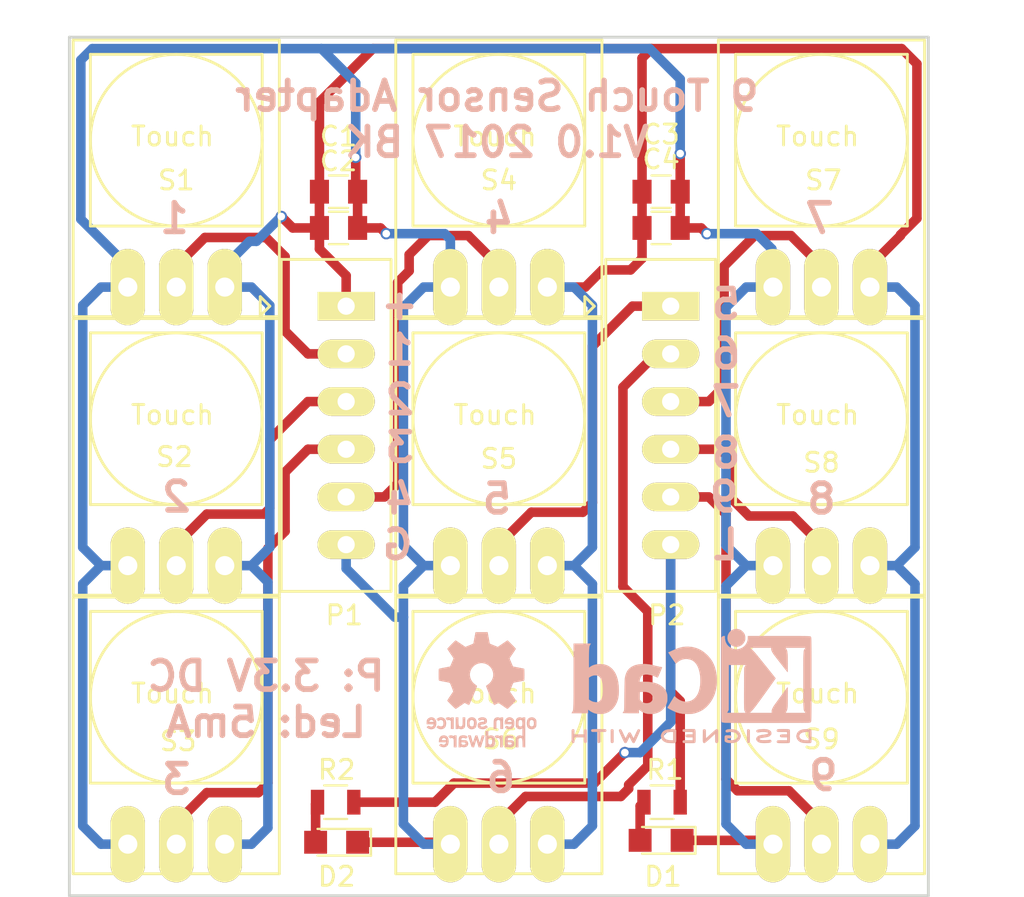
<source format=kicad_pcb>
(kicad_pcb (version 4) (host pcbnew 4.0.2-stable)

  (general
    (links 0)
    (no_connects 0)
    (area 99.924999 54.924999 145.075001 100.075001)
    (thickness 1.6)
    (drawings 27)
    (tracks 209)
    (zones 0)
    (modules 21)
    (nets 15)
  )

  (page A4)
  (layers
    (0 F.Cu signal)
    (31 B.Cu signal)
    (32 B.Adhes user)
    (33 F.Adhes user)
    (34 B.Paste user)
    (35 F.Paste user)
    (36 B.SilkS user)
    (37 F.SilkS user)
    (38 B.Mask user)
    (39 F.Mask user)
    (40 Dwgs.User user)
    (41 Cmts.User user)
    (42 Eco1.User user)
    (43 Eco2.User user)
    (44 Edge.Cuts user)
    (45 Margin user)
    (46 B.CrtYd user)
    (47 F.CrtYd user)
    (48 B.Fab user)
    (49 F.Fab user)
  )

  (setup
    (last_trace_width 0.25)
    (trace_clearance 0.2)
    (zone_clearance 0.508)
    (zone_45_only no)
    (trace_min 0.2)
    (segment_width 0.2)
    (edge_width 0.15)
    (via_size 0.6)
    (via_drill 0.4)
    (via_min_size 0.4)
    (via_min_drill 0.3)
    (uvia_size 0.3)
    (uvia_drill 0.1)
    (uvias_allowed no)
    (uvia_min_size 0.2)
    (uvia_min_drill 0.1)
    (pcb_text_width 0.3)
    (pcb_text_size 1.5 1.5)
    (mod_edge_width 0.15)
    (mod_text_size 1 1)
    (mod_text_width 0.15)
    (pad_size 1.524 1.524)
    (pad_drill 0.762)
    (pad_to_mask_clearance 0.2)
    (aux_axis_origin 0 0)
    (visible_elements FFFEFF7F)
    (pcbplotparams
      (layerselection 0x00030_80000001)
      (usegerberextensions false)
      (excludeedgelayer true)
      (linewidth 0.100000)
      (plotframeref false)
      (viasonmask false)
      (mode 1)
      (useauxorigin false)
      (hpglpennumber 1)
      (hpglpenspeed 20)
      (hpglpendiameter 15)
      (hpglpenoverlay 2)
      (psnegative false)
      (psa4output false)
      (plotreference true)
      (plotvalue true)
      (plotinvisibletext false)
      (padsonsilk false)
      (subtractmaskfromsilk false)
      (outputformat 1)
      (mirror false)
      (drillshape 1)
      (scaleselection 1)
      (outputdirectory ""))
  )

  (net 0 "")
  (net 1 /T1)
  (net 2 GND)
  (net 3 +3V3)
  (net 4 /T2)
  (net 5 /T3)
  (net 6 /T4)
  (net 7 /T5)
  (net 8 /T6)
  (net 9 /T7)
  (net 10 /T8)
  (net 11 /T9)
  (net 12 "Net-(D1-Pad2)")
  (net 13 "Net-(D2-Pad2)")
  (net 14 /LED)

  (net_class Default "This is the default net class."
    (clearance 0.2)
    (trace_width 0.25)
    (via_dia 0.6)
    (via_drill 0.4)
    (uvia_dia 0.3)
    (uvia_drill 0.1)
    (add_net +3V3)
    (add_net /LED)
    (add_net /T1)
    (add_net /T2)
    (add_net /T3)
    (add_net /T4)
    (add_net /T5)
    (add_net /T6)
    (add_net /T7)
    (add_net /T8)
    (add_net /T9)
    (add_net GND)
    (add_net "Net-(D1-Pad2)")
    (add_net "Net-(D2-Pad2)")
  )

  (module Touch_Panel:Touch_Sens_11x14.5mm (layer F.Cu) (tedit 5A1BC4B4) (tstamp 5A1BCC7E)
    (at 105.6 62.4)
    (path /5A1BCAF0)
    (fp_text reference S1 (at 0 0.1) (layer F.SilkS)
      (effects (font (size 1 1) (thickness 0.15)))
    )
    (fp_text value Touch_Sensor_11x14.4mm (at 0.7 -8.5) (layer F.Fab)
      (effects (font (size 1 1) (thickness 0.15)))
    )
    (fp_text user Touch (at -0.2 -2.2) (layer F.SilkS)
      (effects (font (size 1 1) (thickness 0.15)))
    )
    (fp_line (start -4.5 2.5) (end 4.5 2.5) (layer F.SilkS) (width 0.15))
    (fp_line (start -4.5 -6.5) (end 4.5 -6.5) (layer F.SilkS) (width 0.15))
    (fp_line (start -4.5 -6.5) (end -4.5 2.5) (layer F.SilkS) (width 0.15))
    (fp_circle (center 0 -2) (end 0 -6.5) (layer F.SilkS) (width 0.15))
    (fp_line (start 5.4 -7.25) (end 5.4 7.25) (layer F.SilkS) (width 0.15))
    (fp_line (start -5.4 -7.25) (end 5.4 -7.25) (layer F.SilkS) (width 0.15))
    (fp_line (start -5.4 7.25) (end 5.4 7.25) (layer F.SilkS) (width 0.15))
    (fp_line (start -5.4 -7.25) (end -5.4 7.25) (layer F.SilkS) (width 0.15))
    (fp_line (start 4.5 -6.5) (end 4.5 2.5) (layer F.SilkS) (width 0.15))
    (pad 2 thru_hole oval (at 0 5.7) (size 1.8 4) (drill 1) (layers *.Cu *.Mask F.SilkS)
      (net 1 /T1))
    (pad 1 thru_hole oval (at -2.54 5.7) (size 1.8 4) (drill 1) (layers *.Cu *.Mask F.SilkS)
      (net 2 GND))
    (pad 3 thru_hole oval (at 2.54 5.7) (size 1.8 4) (drill 1) (layers *.Cu *.Mask F.SilkS)
      (net 3 +3V3))
  )

  (module Touch_Panel:Touch_Sens_11x14.5mm (layer F.Cu) (tedit 5A1BC4B4) (tstamp 5A1BCC8F)
    (at 105.6 77)
    (path /5A1BCA8B)
    (fp_text reference S2 (at -0.1 0) (layer F.SilkS)
      (effects (font (size 1 1) (thickness 0.15)))
    )
    (fp_text value Touch_Sensor_11x14.4mm (at 0.7 -8.5) (layer F.Fab)
      (effects (font (size 1 1) (thickness 0.15)))
    )
    (fp_text user Touch (at -0.2 -2.2) (layer F.SilkS)
      (effects (font (size 1 1) (thickness 0.15)))
    )
    (fp_line (start -4.5 2.5) (end 4.5 2.5) (layer F.SilkS) (width 0.15))
    (fp_line (start -4.5 -6.5) (end 4.5 -6.5) (layer F.SilkS) (width 0.15))
    (fp_line (start -4.5 -6.5) (end -4.5 2.5) (layer F.SilkS) (width 0.15))
    (fp_circle (center 0 -2) (end 0 -6.5) (layer F.SilkS) (width 0.15))
    (fp_line (start 5.4 -7.25) (end 5.4 7.25) (layer F.SilkS) (width 0.15))
    (fp_line (start -5.4 -7.25) (end 5.4 -7.25) (layer F.SilkS) (width 0.15))
    (fp_line (start -5.4 7.25) (end 5.4 7.25) (layer F.SilkS) (width 0.15))
    (fp_line (start -5.4 -7.25) (end -5.4 7.25) (layer F.SilkS) (width 0.15))
    (fp_line (start 4.5 -6.5) (end 4.5 2.5) (layer F.SilkS) (width 0.15))
    (pad 2 thru_hole oval (at 0 5.7) (size 1.8 4) (drill 1) (layers *.Cu *.Mask F.SilkS)
      (net 4 /T2))
    (pad 1 thru_hole oval (at -2.54 5.7) (size 1.8 4) (drill 1) (layers *.Cu *.Mask F.SilkS)
      (net 2 GND))
    (pad 3 thru_hole oval (at 2.54 5.7) (size 1.8 4) (drill 1) (layers *.Cu *.Mask F.SilkS)
      (net 3 +3V3))
  )

  (module Touch_Panel:Touch_Sens_11x14.5mm (layer F.Cu) (tedit 5A1BC4B4) (tstamp 5A1BCCA0)
    (at 105.6 91.6)
    (path /5A1BC95B)
    (fp_text reference S3 (at 0.1 0.3) (layer F.SilkS)
      (effects (font (size 1 1) (thickness 0.15)))
    )
    (fp_text value Touch_Sensor_11x14.4mm (at 0.7 -8.5) (layer F.Fab)
      (effects (font (size 1 1) (thickness 0.15)))
    )
    (fp_text user Touch (at -0.2 -2.2) (layer F.SilkS)
      (effects (font (size 1 1) (thickness 0.15)))
    )
    (fp_line (start -4.5 2.5) (end 4.5 2.5) (layer F.SilkS) (width 0.15))
    (fp_line (start -4.5 -6.5) (end 4.5 -6.5) (layer F.SilkS) (width 0.15))
    (fp_line (start -4.5 -6.5) (end -4.5 2.5) (layer F.SilkS) (width 0.15))
    (fp_circle (center 0 -2) (end 0 -6.5) (layer F.SilkS) (width 0.15))
    (fp_line (start 5.4 -7.25) (end 5.4 7.25) (layer F.SilkS) (width 0.15))
    (fp_line (start -5.4 -7.25) (end 5.4 -7.25) (layer F.SilkS) (width 0.15))
    (fp_line (start -5.4 7.25) (end 5.4 7.25) (layer F.SilkS) (width 0.15))
    (fp_line (start -5.4 -7.25) (end -5.4 7.25) (layer F.SilkS) (width 0.15))
    (fp_line (start 4.5 -6.5) (end 4.5 2.5) (layer F.SilkS) (width 0.15))
    (pad 2 thru_hole oval (at 0 5.7) (size 1.8 4) (drill 1) (layers *.Cu *.Mask F.SilkS)
      (net 5 /T3))
    (pad 1 thru_hole oval (at -2.54 5.7) (size 1.8 4) (drill 1) (layers *.Cu *.Mask F.SilkS)
      (net 2 GND))
    (pad 3 thru_hole oval (at 2.54 5.7) (size 1.8 4) (drill 1) (layers *.Cu *.Mask F.SilkS)
      (net 3 +3V3))
  )

  (module Touch_Panel:Touch_Sens_11x14.5mm (layer F.Cu) (tedit 5A1BC4B4) (tstamp 5A1BCCB1)
    (at 122.5 62.4)
    (path /5A1BCA43)
    (fp_text reference S4 (at 0 0.1) (layer F.SilkS)
      (effects (font (size 1 1) (thickness 0.15)))
    )
    (fp_text value Touch_Sensor_11x14.4mm (at 0.7 -8.5) (layer F.Fab)
      (effects (font (size 1 1) (thickness 0.15)))
    )
    (fp_text user Touch (at -0.2 -2.2) (layer F.SilkS)
      (effects (font (size 1 1) (thickness 0.15)))
    )
    (fp_line (start -4.5 2.5) (end 4.5 2.5) (layer F.SilkS) (width 0.15))
    (fp_line (start -4.5 -6.5) (end 4.5 -6.5) (layer F.SilkS) (width 0.15))
    (fp_line (start -4.5 -6.5) (end -4.5 2.5) (layer F.SilkS) (width 0.15))
    (fp_circle (center 0 -2) (end 0 -6.5) (layer F.SilkS) (width 0.15))
    (fp_line (start 5.4 -7.25) (end 5.4 7.25) (layer F.SilkS) (width 0.15))
    (fp_line (start -5.4 -7.25) (end 5.4 -7.25) (layer F.SilkS) (width 0.15))
    (fp_line (start -5.4 7.25) (end 5.4 7.25) (layer F.SilkS) (width 0.15))
    (fp_line (start -5.4 -7.25) (end -5.4 7.25) (layer F.SilkS) (width 0.15))
    (fp_line (start 4.5 -6.5) (end 4.5 2.5) (layer F.SilkS) (width 0.15))
    (pad 2 thru_hole oval (at 0 5.7) (size 1.8 4) (drill 1) (layers *.Cu *.Mask F.SilkS)
      (net 6 /T4))
    (pad 1 thru_hole oval (at -2.54 5.7) (size 1.8 4) (drill 1) (layers *.Cu *.Mask F.SilkS)
      (net 2 GND))
    (pad 3 thru_hole oval (at 2.54 5.7) (size 1.8 4) (drill 1) (layers *.Cu *.Mask F.SilkS)
      (net 3 +3V3))
  )

  (module Touch_Panel:Touch_Sens_11x14.5mm (layer F.Cu) (tedit 5A1BC4B4) (tstamp 5A1BCCC2)
    (at 122.5 77)
    (path /5A1BCA5B)
    (fp_text reference S5 (at 0 0.1) (layer F.SilkS)
      (effects (font (size 1 1) (thickness 0.15)))
    )
    (fp_text value Touch_Sensor_11x14.4mm (at 0.7 -8.5) (layer F.Fab)
      (effects (font (size 1 1) (thickness 0.15)))
    )
    (fp_text user Touch (at -0.2 -2.2) (layer F.SilkS)
      (effects (font (size 1 1) (thickness 0.15)))
    )
    (fp_line (start -4.5 2.5) (end 4.5 2.5) (layer F.SilkS) (width 0.15))
    (fp_line (start -4.5 -6.5) (end 4.5 -6.5) (layer F.SilkS) (width 0.15))
    (fp_line (start -4.5 -6.5) (end -4.5 2.5) (layer F.SilkS) (width 0.15))
    (fp_circle (center 0 -2) (end 0 -6.5) (layer F.SilkS) (width 0.15))
    (fp_line (start 5.4 -7.25) (end 5.4 7.25) (layer F.SilkS) (width 0.15))
    (fp_line (start -5.4 -7.25) (end 5.4 -7.25) (layer F.SilkS) (width 0.15))
    (fp_line (start -5.4 7.25) (end 5.4 7.25) (layer F.SilkS) (width 0.15))
    (fp_line (start -5.4 -7.25) (end -5.4 7.25) (layer F.SilkS) (width 0.15))
    (fp_line (start 4.5 -6.5) (end 4.5 2.5) (layer F.SilkS) (width 0.15))
    (pad 2 thru_hole oval (at 0 5.7) (size 1.8 4) (drill 1) (layers *.Cu *.Mask F.SilkS)
      (net 7 /T5))
    (pad 1 thru_hole oval (at -2.54 5.7) (size 1.8 4) (drill 1) (layers *.Cu *.Mask F.SilkS)
      (net 2 GND))
    (pad 3 thru_hole oval (at 2.54 5.7) (size 1.8 4) (drill 1) (layers *.Cu *.Mask F.SilkS)
      (net 3 +3V3))
  )

  (module Touch_Panel:Touch_Sens_11x14.5mm (layer F.Cu) (tedit 5A1BC4B4) (tstamp 5A1BCCD3)
    (at 122.5 91.6)
    (path /5A1BCA73)
    (fp_text reference S6 (at 0.1 0.2) (layer F.SilkS)
      (effects (font (size 1 1) (thickness 0.15)))
    )
    (fp_text value Touch_Sensor_11x14.4mm (at 0.7 -8.5) (layer F.Fab)
      (effects (font (size 1 1) (thickness 0.15)))
    )
    (fp_text user Touch (at -0.2 -2.2) (layer F.SilkS)
      (effects (font (size 1 1) (thickness 0.15)))
    )
    (fp_line (start -4.5 2.5) (end 4.5 2.5) (layer F.SilkS) (width 0.15))
    (fp_line (start -4.5 -6.5) (end 4.5 -6.5) (layer F.SilkS) (width 0.15))
    (fp_line (start -4.5 -6.5) (end -4.5 2.5) (layer F.SilkS) (width 0.15))
    (fp_circle (center 0 -2) (end 0 -6.5) (layer F.SilkS) (width 0.15))
    (fp_line (start 5.4 -7.25) (end 5.4 7.25) (layer F.SilkS) (width 0.15))
    (fp_line (start -5.4 -7.25) (end 5.4 -7.25) (layer F.SilkS) (width 0.15))
    (fp_line (start -5.4 7.25) (end 5.4 7.25) (layer F.SilkS) (width 0.15))
    (fp_line (start -5.4 -7.25) (end -5.4 7.25) (layer F.SilkS) (width 0.15))
    (fp_line (start 4.5 -6.5) (end 4.5 2.5) (layer F.SilkS) (width 0.15))
    (pad 2 thru_hole oval (at 0 5.7) (size 1.8 4) (drill 1) (layers *.Cu *.Mask F.SilkS)
      (net 8 /T6))
    (pad 1 thru_hole oval (at -2.54 5.7) (size 1.8 4) (drill 1) (layers *.Cu *.Mask F.SilkS)
      (net 2 GND))
    (pad 3 thru_hole oval (at 2.54 5.7) (size 1.8 4) (drill 1) (layers *.Cu *.Mask F.SilkS)
      (net 3 +3V3))
  )

  (module Touch_Panel:Touch_Sens_11x14.5mm (layer F.Cu) (tedit 5A1BC4B4) (tstamp 5A1BCCE4)
    (at 139.4 62.4)
    (path /5A1BC760)
    (fp_text reference S7 (at 0.1 0.1) (layer F.SilkS)
      (effects (font (size 1 1) (thickness 0.15)))
    )
    (fp_text value Touch_Sensor_11x14.4mm (at 0.7 -8.5) (layer F.Fab)
      (effects (font (size 1 1) (thickness 0.15)))
    )
    (fp_text user Touch (at -0.2 -2.2) (layer F.SilkS)
      (effects (font (size 1 1) (thickness 0.15)))
    )
    (fp_line (start -4.5 2.5) (end 4.5 2.5) (layer F.SilkS) (width 0.15))
    (fp_line (start -4.5 -6.5) (end 4.5 -6.5) (layer F.SilkS) (width 0.15))
    (fp_line (start -4.5 -6.5) (end -4.5 2.5) (layer F.SilkS) (width 0.15))
    (fp_circle (center 0 -2) (end 0 -6.5) (layer F.SilkS) (width 0.15))
    (fp_line (start 5.4 -7.25) (end 5.4 7.25) (layer F.SilkS) (width 0.15))
    (fp_line (start -5.4 -7.25) (end 5.4 -7.25) (layer F.SilkS) (width 0.15))
    (fp_line (start -5.4 7.25) (end 5.4 7.25) (layer F.SilkS) (width 0.15))
    (fp_line (start -5.4 -7.25) (end -5.4 7.25) (layer F.SilkS) (width 0.15))
    (fp_line (start 4.5 -6.5) (end 4.5 2.5) (layer F.SilkS) (width 0.15))
    (pad 2 thru_hole oval (at 0 5.7) (size 1.8 4) (drill 1) (layers *.Cu *.Mask F.SilkS)
      (net 9 /T7))
    (pad 1 thru_hole oval (at -2.54 5.7) (size 1.8 4) (drill 1) (layers *.Cu *.Mask F.SilkS)
      (net 2 GND))
    (pad 3 thru_hole oval (at 2.54 5.7) (size 1.8 4) (drill 1) (layers *.Cu *.Mask F.SilkS)
      (net 3 +3V3))
  )

  (module Touch_Panel:Touch_Sens_11x14.5mm (layer F.Cu) (tedit 5A1BC4B4) (tstamp 5A1BCCF5)
    (at 139.4 77)
    (path /5A1BC8C5)
    (fp_text reference S8 (at 0 0.3) (layer F.SilkS)
      (effects (font (size 1 1) (thickness 0.15)))
    )
    (fp_text value Touch_Sensor_11x14.4mm (at 0.7 -8.5) (layer F.Fab)
      (effects (font (size 1 1) (thickness 0.15)))
    )
    (fp_text user Touch (at -0.2 -2.2) (layer F.SilkS)
      (effects (font (size 1 1) (thickness 0.15)))
    )
    (fp_line (start -4.5 2.5) (end 4.5 2.5) (layer F.SilkS) (width 0.15))
    (fp_line (start -4.5 -6.5) (end 4.5 -6.5) (layer F.SilkS) (width 0.15))
    (fp_line (start -4.5 -6.5) (end -4.5 2.5) (layer F.SilkS) (width 0.15))
    (fp_circle (center 0 -2) (end 0 -6.5) (layer F.SilkS) (width 0.15))
    (fp_line (start 5.4 -7.25) (end 5.4 7.25) (layer F.SilkS) (width 0.15))
    (fp_line (start -5.4 -7.25) (end 5.4 -7.25) (layer F.SilkS) (width 0.15))
    (fp_line (start -5.4 7.25) (end 5.4 7.25) (layer F.SilkS) (width 0.15))
    (fp_line (start -5.4 -7.25) (end -5.4 7.25) (layer F.SilkS) (width 0.15))
    (fp_line (start 4.5 -6.5) (end 4.5 2.5) (layer F.SilkS) (width 0.15))
    (pad 2 thru_hole oval (at 0 5.7) (size 1.8 4) (drill 1) (layers *.Cu *.Mask F.SilkS)
      (net 10 /T8))
    (pad 1 thru_hole oval (at -2.54 5.7) (size 1.8 4) (drill 1) (layers *.Cu *.Mask F.SilkS)
      (net 2 GND))
    (pad 3 thru_hole oval (at 2.54 5.7) (size 1.8 4) (drill 1) (layers *.Cu *.Mask F.SilkS)
      (net 3 +3V3))
  )

  (module Touch_Panel:Touch_Sens_11x14.5mm (layer F.Cu) (tedit 5A1BC4B4) (tstamp 5A1BCD06)
    (at 139.4 91.6)
    (path /5A1BC943)
    (fp_text reference S9 (at 0 0.2) (layer F.SilkS)
      (effects (font (size 1 1) (thickness 0.15)))
    )
    (fp_text value Touch_Sensor_11x14.4mm (at 0.7 -8.5) (layer F.Fab)
      (effects (font (size 1 1) (thickness 0.15)))
    )
    (fp_text user Touch (at -0.2 -2.2) (layer F.SilkS)
      (effects (font (size 1 1) (thickness 0.15)))
    )
    (fp_line (start -4.5 2.5) (end 4.5 2.5) (layer F.SilkS) (width 0.15))
    (fp_line (start -4.5 -6.5) (end 4.5 -6.5) (layer F.SilkS) (width 0.15))
    (fp_line (start -4.5 -6.5) (end -4.5 2.5) (layer F.SilkS) (width 0.15))
    (fp_circle (center 0 -2) (end 0 -6.5) (layer F.SilkS) (width 0.15))
    (fp_line (start 5.4 -7.25) (end 5.4 7.25) (layer F.SilkS) (width 0.15))
    (fp_line (start -5.4 -7.25) (end 5.4 -7.25) (layer F.SilkS) (width 0.15))
    (fp_line (start -5.4 7.25) (end 5.4 7.25) (layer F.SilkS) (width 0.15))
    (fp_line (start -5.4 -7.25) (end -5.4 7.25) (layer F.SilkS) (width 0.15))
    (fp_line (start 4.5 -6.5) (end 4.5 2.5) (layer F.SilkS) (width 0.15))
    (pad 2 thru_hole oval (at 0 5.7) (size 1.8 4) (drill 1) (layers *.Cu *.Mask F.SilkS)
      (net 11 /T9))
    (pad 1 thru_hole oval (at -2.54 5.7) (size 1.8 4) (drill 1) (layers *.Cu *.Mask F.SilkS)
      (net 2 GND))
    (pad 3 thru_hole oval (at 2.54 5.7) (size 1.8 4) (drill 1) (layers *.Cu *.Mask F.SilkS)
      (net 3 +3V3))
  )

  (module LEDs:LED_0805 (layer F.Cu) (tedit 59959803) (tstamp 5A1BD0E0)
    (at 131 97.1 180)
    (descr "LED 0805 smd package")
    (tags "LED led 0805 SMD smd SMT smt smdled SMDLED smtled SMTLED")
    (path /5A1BE1F5)
    (attr smd)
    (fp_text reference D1 (at -0.1 -1.9 180) (layer F.SilkS)
      (effects (font (size 1 1) (thickness 0.15)))
    )
    (fp_text value LED (at 0 1.55 180) (layer F.Fab)
      (effects (font (size 1 1) (thickness 0.15)))
    )
    (fp_line (start -1.8 -0.7) (end -1.8 0.7) (layer F.SilkS) (width 0.12))
    (fp_line (start -0.4 -0.4) (end -0.4 0.4) (layer F.Fab) (width 0.1))
    (fp_line (start -0.4 0) (end 0.2 -0.4) (layer F.Fab) (width 0.1))
    (fp_line (start 0.2 0.4) (end -0.4 0) (layer F.Fab) (width 0.1))
    (fp_line (start 0.2 -0.4) (end 0.2 0.4) (layer F.Fab) (width 0.1))
    (fp_line (start 1 0.6) (end -1 0.6) (layer F.Fab) (width 0.1))
    (fp_line (start 1 -0.6) (end 1 0.6) (layer F.Fab) (width 0.1))
    (fp_line (start -1 -0.6) (end 1 -0.6) (layer F.Fab) (width 0.1))
    (fp_line (start -1 0.6) (end -1 -0.6) (layer F.Fab) (width 0.1))
    (fp_line (start -1.8 0.7) (end 1 0.7) (layer F.SilkS) (width 0.12))
    (fp_line (start -1.8 -0.7) (end 1 -0.7) (layer F.SilkS) (width 0.12))
    (fp_line (start 1.95 -0.85) (end 1.95 0.85) (layer F.CrtYd) (width 0.05))
    (fp_line (start 1.95 0.85) (end -1.95 0.85) (layer F.CrtYd) (width 0.05))
    (fp_line (start -1.95 0.85) (end -1.95 -0.85) (layer F.CrtYd) (width 0.05))
    (fp_line (start -1.95 -0.85) (end 1.95 -0.85) (layer F.CrtYd) (width 0.05))
    (fp_text user %R (at 0 -1.25 180) (layer F.Fab)
      (effects (font (size 0.4 0.4) (thickness 0.1)))
    )
    (pad 2 smd rect (at 1.1 0) (size 1.2 1.2) (layers F.Cu F.Paste F.Mask)
      (net 12 "Net-(D1-Pad2)"))
    (pad 1 smd rect (at -1.1 0) (size 1.2 1.2) (layers F.Cu F.Paste F.Mask)
      (net 2 GND))
    (model ${KISYS3DMOD}/LEDs.3dshapes/LED_0805.wrl
      (at (xyz 0 0 0))
      (scale (xyz 1 1 1))
      (rotate (xyz 0 0 180))
    )
  )

  (module LEDs:LED_0805 (layer F.Cu) (tedit 59959803) (tstamp 5A1BD0F6)
    (at 114 97.2 180)
    (descr "LED 0805 smd package")
    (tags "LED led 0805 SMD smd SMT smt smdled SMDLED smtled SMTLED")
    (path /5A1BE296)
    (attr smd)
    (fp_text reference D2 (at 0 -1.8 180) (layer F.SilkS)
      (effects (font (size 1 1) (thickness 0.15)))
    )
    (fp_text value LED (at 0 1.55 180) (layer F.Fab)
      (effects (font (size 1 1) (thickness 0.15)))
    )
    (fp_line (start -1.8 -0.7) (end -1.8 0.7) (layer F.SilkS) (width 0.12))
    (fp_line (start -0.4 -0.4) (end -0.4 0.4) (layer F.Fab) (width 0.1))
    (fp_line (start -0.4 0) (end 0.2 -0.4) (layer F.Fab) (width 0.1))
    (fp_line (start 0.2 0.4) (end -0.4 0) (layer F.Fab) (width 0.1))
    (fp_line (start 0.2 -0.4) (end 0.2 0.4) (layer F.Fab) (width 0.1))
    (fp_line (start 1 0.6) (end -1 0.6) (layer F.Fab) (width 0.1))
    (fp_line (start 1 -0.6) (end 1 0.6) (layer F.Fab) (width 0.1))
    (fp_line (start -1 -0.6) (end 1 -0.6) (layer F.Fab) (width 0.1))
    (fp_line (start -1 0.6) (end -1 -0.6) (layer F.Fab) (width 0.1))
    (fp_line (start -1.8 0.7) (end 1 0.7) (layer F.SilkS) (width 0.12))
    (fp_line (start -1.8 -0.7) (end 1 -0.7) (layer F.SilkS) (width 0.12))
    (fp_line (start 1.95 -0.85) (end 1.95 0.85) (layer F.CrtYd) (width 0.05))
    (fp_line (start 1.95 0.85) (end -1.95 0.85) (layer F.CrtYd) (width 0.05))
    (fp_line (start -1.95 0.85) (end -1.95 -0.85) (layer F.CrtYd) (width 0.05))
    (fp_line (start -1.95 -0.85) (end 1.95 -0.85) (layer F.CrtYd) (width 0.05))
    (fp_text user %R (at 0 -1.25 180) (layer F.Fab)
      (effects (font (size 0.4 0.4) (thickness 0.1)))
    )
    (pad 2 smd rect (at 1.1 0) (size 1.2 1.2) (layers F.Cu F.Paste F.Mask)
      (net 13 "Net-(D2-Pad2)"))
    (pad 1 smd rect (at -1.1 0) (size 1.2 1.2) (layers F.Cu F.Paste F.Mask)
      (net 2 GND))
    (model ${KISYS3DMOD}/LEDs.3dshapes/LED_0805.wrl
      (at (xyz 0 0 0))
      (scale (xyz 1 1 1))
      (rotate (xyz 0 0 180))
    )
  )

  (module Touch_Panel:JST_B6B-XH-A_LongPads (layer F.Cu) (tedit 5A1BC5D5) (tstamp 5A1BD10B)
    (at 114.5 69.1 270)
    (descr "JST XH series connector, JST_B6B-XH-A")
    (tags "connector jst xh")
    (path /5A1BD35D)
    (fp_text reference P1 (at 16.2 0.1 360) (layer F.SilkS)
      (effects (font (size 1 1) (thickness 0.15)))
    )
    (fp_text value IO1 (at 6.25 -3.4 270) (layer F.Fab)
      (effects (font (size 1 1) (thickness 0.15)))
    )
    (fp_line (start -2.45 -2.35) (end 14.95 -2.35) (layer F.SilkS) (width 0.15))
    (fp_line (start -2.45 3.4) (end 14.95 3.4) (layer F.SilkS) (width 0.15))
    (fp_line (start -2.45 -2.35) (end -2.45 3.4) (layer F.SilkS) (width 0.15))
    (fp_line (start 14.95 -2.35) (end 14.95 3.4) (layer F.SilkS) (width 0.15))
    (fp_line (start -2.95 -2.85) (end 15.45 -2.85) (layer F.CrtYd) (width 0.05))
    (fp_line (start -2.95 3.9) (end 15.45 3.9) (layer F.CrtYd) (width 0.05))
    (fp_line (start -2.95 -2.85) (end -2.95 3.9) (layer F.CrtYd) (width 0.05))
    (fp_line (start 15.45 -2.85) (end 15.45 3.9) (layer F.CrtYd) (width 0.05))
    (fp_line (start -0.5 4.5) (end 0.5 4.5) (layer F.SilkS) (width 0.15))
    (fp_line (start 0 4) (end 0.5 4.5) (layer F.SilkS) (width 0.15))
    (fp_line (start 0 4) (end -0.5 4.5) (layer F.SilkS) (width 0.15))
    (pad 1 thru_hole rect (at 0 0 270) (size 1.5 3) (drill 0.9) (layers *.Cu *.Mask F.SilkS)
      (net 3 +3V3))
    (pad 2 thru_hole oval (at 2.5 0 270) (size 1.5 3) (drill 0.9) (layers *.Cu *.Mask F.SilkS)
      (net 1 /T1))
    (pad 3 thru_hole oval (at 5 0 270) (size 1.5 3) (drill 0.9) (layers *.Cu *.Mask F.SilkS)
      (net 4 /T2))
    (pad 4 thru_hole oval (at 7.5 0 270) (size 1.5 3) (drill 0.9) (layers *.Cu *.Mask F.SilkS)
      (net 5 /T3))
    (pad 5 thru_hole oval (at 10 0 270) (size 1.5 3) (drill 0.9) (layers *.Cu *.Mask F.SilkS)
      (net 6 /T4))
    (pad 6 thru_hole oval (at 12.5 0 270) (size 1.5 3) (drill 0.9) (layers *.Cu *.Mask F.SilkS)
      (net 2 GND))
    (model ../../../../../home/balazs/Dev/Heat_Ctrl/Heater_Ctrl.pretty/3D_Shapes/JST_B6B-XH-A.wrl
      (at (xyz 0 0 0))
      (scale (xyz 0.3937 0.3937 0.3937))
      (rotate (xyz 0 0 0))
    )
  )

  (module Touch_Panel:JST_B6B-XH-A_LongPads (layer F.Cu) (tedit 5A1BC5D5) (tstamp 5A1BD120)
    (at 131.5 69.1 270)
    (descr "JST XH series connector, JST_B6B-XH-A")
    (tags "connector jst xh")
    (path /5A1BD539)
    (fp_text reference P2 (at 16.2 0.2 360) (layer F.SilkS)
      (effects (font (size 1 1) (thickness 0.15)))
    )
    (fp_text value IO2 (at 6.25 -3.4 270) (layer F.Fab)
      (effects (font (size 1 1) (thickness 0.15)))
    )
    (fp_line (start -2.45 -2.35) (end 14.95 -2.35) (layer F.SilkS) (width 0.15))
    (fp_line (start -2.45 3.4) (end 14.95 3.4) (layer F.SilkS) (width 0.15))
    (fp_line (start -2.45 -2.35) (end -2.45 3.4) (layer F.SilkS) (width 0.15))
    (fp_line (start 14.95 -2.35) (end 14.95 3.4) (layer F.SilkS) (width 0.15))
    (fp_line (start -2.95 -2.85) (end 15.45 -2.85) (layer F.CrtYd) (width 0.05))
    (fp_line (start -2.95 3.9) (end 15.45 3.9) (layer F.CrtYd) (width 0.05))
    (fp_line (start -2.95 -2.85) (end -2.95 3.9) (layer F.CrtYd) (width 0.05))
    (fp_line (start 15.45 -2.85) (end 15.45 3.9) (layer F.CrtYd) (width 0.05))
    (fp_line (start -0.5 4.5) (end 0.5 4.5) (layer F.SilkS) (width 0.15))
    (fp_line (start 0 4) (end 0.5 4.5) (layer F.SilkS) (width 0.15))
    (fp_line (start 0 4) (end -0.5 4.5) (layer F.SilkS) (width 0.15))
    (pad 1 thru_hole rect (at 0 0 270) (size 1.5 3) (drill 0.9) (layers *.Cu *.Mask F.SilkS)
      (net 7 /T5))
    (pad 2 thru_hole oval (at 2.5 0 270) (size 1.5 3) (drill 0.9) (layers *.Cu *.Mask F.SilkS)
      (net 8 /T6))
    (pad 3 thru_hole oval (at 5 0 270) (size 1.5 3) (drill 0.9) (layers *.Cu *.Mask F.SilkS)
      (net 9 /T7))
    (pad 4 thru_hole oval (at 7.5 0 270) (size 1.5 3) (drill 0.9) (layers *.Cu *.Mask F.SilkS)
      (net 10 /T8))
    (pad 5 thru_hole oval (at 10 0 270) (size 1.5 3) (drill 0.9) (layers *.Cu *.Mask F.SilkS)
      (net 11 /T9))
    (pad 6 thru_hole oval (at 12.5 0 270) (size 1.5 3) (drill 0.9) (layers *.Cu *.Mask F.SilkS)
      (net 14 /LED))
    (model ../../../../../home/balazs/Dev/Heat_Ctrl/Heater_Ctrl.pretty/3D_Shapes/JST_B6B-XH-A.wrl
      (at (xyz 0 0 0))
      (scale (xyz 0.3937 0.3937 0.3937))
      (rotate (xyz 0 0 0))
    )
  )

  (module Resistors_SMD:R_0805 (layer F.Cu) (tedit 58E0A804) (tstamp 5A1BD131)
    (at 131.05 95.1 180)
    (descr "Resistor SMD 0805, reflow soldering, Vishay (see dcrcw.pdf)")
    (tags "resistor 0805")
    (path /5A1BE57A)
    (attr smd)
    (fp_text reference R1 (at -0.15 1.7 180) (layer F.SilkS)
      (effects (font (size 1 1) (thickness 0.15)))
    )
    (fp_text value 360 (at 0 1.75 180) (layer F.Fab)
      (effects (font (size 1 1) (thickness 0.15)))
    )
    (fp_text user %R (at 0 0 180) (layer F.Fab)
      (effects (font (size 0.5 0.5) (thickness 0.075)))
    )
    (fp_line (start -1 0.62) (end -1 -0.62) (layer F.Fab) (width 0.1))
    (fp_line (start 1 0.62) (end -1 0.62) (layer F.Fab) (width 0.1))
    (fp_line (start 1 -0.62) (end 1 0.62) (layer F.Fab) (width 0.1))
    (fp_line (start -1 -0.62) (end 1 -0.62) (layer F.Fab) (width 0.1))
    (fp_line (start 0.6 0.88) (end -0.6 0.88) (layer F.SilkS) (width 0.12))
    (fp_line (start -0.6 -0.88) (end 0.6 -0.88) (layer F.SilkS) (width 0.12))
    (fp_line (start -1.55 -0.9) (end 1.55 -0.9) (layer F.CrtYd) (width 0.05))
    (fp_line (start -1.55 -0.9) (end -1.55 0.9) (layer F.CrtYd) (width 0.05))
    (fp_line (start 1.55 0.9) (end 1.55 -0.9) (layer F.CrtYd) (width 0.05))
    (fp_line (start 1.55 0.9) (end -1.55 0.9) (layer F.CrtYd) (width 0.05))
    (pad 1 smd rect (at -0.95 0 180) (size 0.7 1.3) (layers F.Cu F.Paste F.Mask)
      (net 14 /LED))
    (pad 2 smd rect (at 0.95 0 180) (size 0.7 1.3) (layers F.Cu F.Paste F.Mask)
      (net 12 "Net-(D1-Pad2)"))
    (model ${KISYS3DMOD}/Resistors_SMD.3dshapes/R_0805.wrl
      (at (xyz 0 0 0))
      (scale (xyz 1 1 1))
      (rotate (xyz 0 0 0))
    )
  )

  (module Resistors_SMD:R_0805 (layer F.Cu) (tedit 58E0A804) (tstamp 5A1BD142)
    (at 113.95 95.1 180)
    (descr "Resistor SMD 0805, reflow soldering, Vishay (see dcrcw.pdf)")
    (tags "resistor 0805")
    (path /5A1BE612)
    (attr smd)
    (fp_text reference R2 (at -0.05 1.7 180) (layer F.SilkS)
      (effects (font (size 1 1) (thickness 0.15)))
    )
    (fp_text value 360 (at 0 1.75 180) (layer F.Fab)
      (effects (font (size 1 1) (thickness 0.15)))
    )
    (fp_text user %R (at 0 0 180) (layer F.Fab)
      (effects (font (size 0.5 0.5) (thickness 0.075)))
    )
    (fp_line (start -1 0.62) (end -1 -0.62) (layer F.Fab) (width 0.1))
    (fp_line (start 1 0.62) (end -1 0.62) (layer F.Fab) (width 0.1))
    (fp_line (start 1 -0.62) (end 1 0.62) (layer F.Fab) (width 0.1))
    (fp_line (start -1 -0.62) (end 1 -0.62) (layer F.Fab) (width 0.1))
    (fp_line (start 0.6 0.88) (end -0.6 0.88) (layer F.SilkS) (width 0.12))
    (fp_line (start -0.6 -0.88) (end 0.6 -0.88) (layer F.SilkS) (width 0.12))
    (fp_line (start -1.55 -0.9) (end 1.55 -0.9) (layer F.CrtYd) (width 0.05))
    (fp_line (start -1.55 -0.9) (end -1.55 0.9) (layer F.CrtYd) (width 0.05))
    (fp_line (start 1.55 0.9) (end 1.55 -0.9) (layer F.CrtYd) (width 0.05))
    (fp_line (start 1.55 0.9) (end -1.55 0.9) (layer F.CrtYd) (width 0.05))
    (pad 1 smd rect (at -0.95 0 180) (size 0.7 1.3) (layers F.Cu F.Paste F.Mask)
      (net 14 /LED))
    (pad 2 smd rect (at 0.95 0 180) (size 0.7 1.3) (layers F.Cu F.Paste F.Mask)
      (net 13 "Net-(D2-Pad2)"))
    (model ${KISYS3DMOD}/Resistors_SMD.3dshapes/R_0805.wrl
      (at (xyz 0 0 0))
      (scale (xyz 1 1 1))
      (rotate (xyz 0 0 0))
    )
  )

  (module Capacitors_SMD:C_0805 (layer F.Cu) (tedit 58AA8463) (tstamp 5A1BD258)
    (at 114.1 63.1)
    (descr "Capacitor SMD 0805, reflow soldering, AVX (see smccp.pdf)")
    (tags "capacitor 0805")
    (path /5A1BF41A)
    (attr smd)
    (fp_text reference C1 (at 0 -2.9) (layer F.SilkS)
      (effects (font (size 1 1) (thickness 0.15)))
    )
    (fp_text value 100n (at 0 1.75) (layer F.Fab)
      (effects (font (size 1 1) (thickness 0.15)))
    )
    (fp_text user %R (at 0 -1.5) (layer F.Fab)
      (effects (font (size 1 1) (thickness 0.15)))
    )
    (fp_line (start -1 0.62) (end -1 -0.62) (layer F.Fab) (width 0.1))
    (fp_line (start 1 0.62) (end -1 0.62) (layer F.Fab) (width 0.1))
    (fp_line (start 1 -0.62) (end 1 0.62) (layer F.Fab) (width 0.1))
    (fp_line (start -1 -0.62) (end 1 -0.62) (layer F.Fab) (width 0.1))
    (fp_line (start 0.5 -0.85) (end -0.5 -0.85) (layer F.SilkS) (width 0.12))
    (fp_line (start -0.5 0.85) (end 0.5 0.85) (layer F.SilkS) (width 0.12))
    (fp_line (start -1.75 -0.88) (end 1.75 -0.88) (layer F.CrtYd) (width 0.05))
    (fp_line (start -1.75 -0.88) (end -1.75 0.87) (layer F.CrtYd) (width 0.05))
    (fp_line (start 1.75 0.87) (end 1.75 -0.88) (layer F.CrtYd) (width 0.05))
    (fp_line (start 1.75 0.87) (end -1.75 0.87) (layer F.CrtYd) (width 0.05))
    (pad 1 smd rect (at -1 0) (size 1 1.25) (layers F.Cu F.Paste F.Mask)
      (net 3 +3V3))
    (pad 2 smd rect (at 1 0) (size 1 1.25) (layers F.Cu F.Paste F.Mask)
      (net 2 GND))
    (model Capacitors_SMD.3dshapes/C_0805.wrl
      (at (xyz 0 0 0))
      (scale (xyz 1 1 1))
      (rotate (xyz 0 0 0))
    )
  )

  (module Capacitors_SMD:C_0805 (layer F.Cu) (tedit 58AA8463) (tstamp 5A1BD269)
    (at 114.1 65)
    (descr "Capacitor SMD 0805, reflow soldering, AVX (see smccp.pdf)")
    (tags "capacitor 0805")
    (path /5A1BF4DD)
    (attr smd)
    (fp_text reference C2 (at 0 -3.5 180) (layer F.SilkS)
      (effects (font (size 1 1) (thickness 0.15)))
    )
    (fp_text value 10u (at 0 1.75) (layer F.Fab)
      (effects (font (size 1 1) (thickness 0.15)))
    )
    (fp_text user %R (at 0 -1.5) (layer F.Fab)
      (effects (font (size 1 1) (thickness 0.15)))
    )
    (fp_line (start -1 0.62) (end -1 -0.62) (layer F.Fab) (width 0.1))
    (fp_line (start 1 0.62) (end -1 0.62) (layer F.Fab) (width 0.1))
    (fp_line (start 1 -0.62) (end 1 0.62) (layer F.Fab) (width 0.1))
    (fp_line (start -1 -0.62) (end 1 -0.62) (layer F.Fab) (width 0.1))
    (fp_line (start 0.5 -0.85) (end -0.5 -0.85) (layer F.SilkS) (width 0.12))
    (fp_line (start -0.5 0.85) (end 0.5 0.85) (layer F.SilkS) (width 0.12))
    (fp_line (start -1.75 -0.88) (end 1.75 -0.88) (layer F.CrtYd) (width 0.05))
    (fp_line (start -1.75 -0.88) (end -1.75 0.87) (layer F.CrtYd) (width 0.05))
    (fp_line (start 1.75 0.87) (end 1.75 -0.88) (layer F.CrtYd) (width 0.05))
    (fp_line (start 1.75 0.87) (end -1.75 0.87) (layer F.CrtYd) (width 0.05))
    (pad 1 smd rect (at -1 0) (size 1 1.25) (layers F.Cu F.Paste F.Mask)
      (net 3 +3V3))
    (pad 2 smd rect (at 1 0) (size 1 1.25) (layers F.Cu F.Paste F.Mask)
      (net 2 GND))
    (model Capacitors_SMD.3dshapes/C_0805.wrl
      (at (xyz 0 0 0))
      (scale (xyz 1 1 1))
      (rotate (xyz 0 0 0))
    )
  )

  (module Capacitors_SMD:C_0805 (layer F.Cu) (tedit 58AA8463) (tstamp 5A1BD27A)
    (at 131 63.1)
    (descr "Capacitor SMD 0805, reflow soldering, AVX (see smccp.pdf)")
    (tags "capacitor 0805")
    (path /5A1C03E0)
    (attr smd)
    (fp_text reference C3 (at 0 -3) (layer F.SilkS)
      (effects (font (size 1 1) (thickness 0.15)))
    )
    (fp_text value 100n (at 0 1.75) (layer F.Fab)
      (effects (font (size 1 1) (thickness 0.15)))
    )
    (fp_text user %R (at 0 -1.5) (layer F.Fab)
      (effects (font (size 1 1) (thickness 0.15)))
    )
    (fp_line (start -1 0.62) (end -1 -0.62) (layer F.Fab) (width 0.1))
    (fp_line (start 1 0.62) (end -1 0.62) (layer F.Fab) (width 0.1))
    (fp_line (start 1 -0.62) (end 1 0.62) (layer F.Fab) (width 0.1))
    (fp_line (start -1 -0.62) (end 1 -0.62) (layer F.Fab) (width 0.1))
    (fp_line (start 0.5 -0.85) (end -0.5 -0.85) (layer F.SilkS) (width 0.12))
    (fp_line (start -0.5 0.85) (end 0.5 0.85) (layer F.SilkS) (width 0.12))
    (fp_line (start -1.75 -0.88) (end 1.75 -0.88) (layer F.CrtYd) (width 0.05))
    (fp_line (start -1.75 -0.88) (end -1.75 0.87) (layer F.CrtYd) (width 0.05))
    (fp_line (start 1.75 0.87) (end 1.75 -0.88) (layer F.CrtYd) (width 0.05))
    (fp_line (start 1.75 0.87) (end -1.75 0.87) (layer F.CrtYd) (width 0.05))
    (pad 1 smd rect (at -1 0) (size 1 1.25) (layers F.Cu F.Paste F.Mask)
      (net 3 +3V3))
    (pad 2 smd rect (at 1 0) (size 1 1.25) (layers F.Cu F.Paste F.Mask)
      (net 2 GND))
    (model Capacitors_SMD.3dshapes/C_0805.wrl
      (at (xyz 0 0 0))
      (scale (xyz 1 1 1))
      (rotate (xyz 0 0 0))
    )
  )

  (module Capacitors_SMD:C_0805 (layer F.Cu) (tedit 58AA8463) (tstamp 5A1BD28B)
    (at 131 65)
    (descr "Capacitor SMD 0805, reflow soldering, AVX (see smccp.pdf)")
    (tags "capacitor 0805")
    (path /5A1C03E6)
    (attr smd)
    (fp_text reference C4 (at 0 -3.6) (layer F.SilkS)
      (effects (font (size 1 1) (thickness 0.15)))
    )
    (fp_text value 10u (at 0 1.75) (layer F.Fab)
      (effects (font (size 1 1) (thickness 0.15)))
    )
    (fp_text user %R (at 0 -1.5) (layer F.Fab)
      (effects (font (size 1 1) (thickness 0.15)))
    )
    (fp_line (start -1 0.62) (end -1 -0.62) (layer F.Fab) (width 0.1))
    (fp_line (start 1 0.62) (end -1 0.62) (layer F.Fab) (width 0.1))
    (fp_line (start 1 -0.62) (end 1 0.62) (layer F.Fab) (width 0.1))
    (fp_line (start -1 -0.62) (end 1 -0.62) (layer F.Fab) (width 0.1))
    (fp_line (start 0.5 -0.85) (end -0.5 -0.85) (layer F.SilkS) (width 0.12))
    (fp_line (start -0.5 0.85) (end 0.5 0.85) (layer F.SilkS) (width 0.12))
    (fp_line (start -1.75 -0.88) (end 1.75 -0.88) (layer F.CrtYd) (width 0.05))
    (fp_line (start -1.75 -0.88) (end -1.75 0.87) (layer F.CrtYd) (width 0.05))
    (fp_line (start 1.75 0.87) (end 1.75 -0.88) (layer F.CrtYd) (width 0.05))
    (fp_line (start 1.75 0.87) (end -1.75 0.87) (layer F.CrtYd) (width 0.05))
    (pad 1 smd rect (at -1 0) (size 1 1.25) (layers F.Cu F.Paste F.Mask)
      (net 3 +3V3))
    (pad 2 smd rect (at 1 0) (size 1 1.25) (layers F.Cu F.Paste F.Mask)
      (net 2 GND))
    (model Capacitors_SMD.3dshapes/C_0805.wrl
      (at (xyz 0 0 0))
      (scale (xyz 1 1 1))
      (rotate (xyz 0 0 0))
    )
  )

  (module Symbols:KiCad-Logo2_6mm_SilkScreen (layer B.Cu) (tedit 0) (tstamp 5A1BDF64)
    (at 132.6 89 180)
    (descr "KiCad Logo")
    (tags "Logo KiCad")
    (attr virtual)
    (fp_text reference REF*** (at 0 0 180) (layer B.SilkS) hide
      (effects (font (size 1 1) (thickness 0.15)) (justify mirror))
    )
    (fp_text value KiCad-Logo2_6mm_SilkScreen (at 0.75 0 180) (layer B.Fab) hide
      (effects (font (size 1 1) (thickness 0.15)) (justify mirror))
    )
    (fp_poly (pts (xy -6.121371 -2.269066) (xy -6.081889 -2.269467) (xy -5.9662 -2.272259) (xy -5.869311 -2.28055)
      (xy -5.787919 -2.295232) (xy -5.718723 -2.317193) (xy -5.65842 -2.347322) (xy -5.603708 -2.38651)
      (xy -5.584167 -2.403532) (xy -5.55175 -2.443363) (xy -5.52252 -2.497413) (xy -5.499991 -2.557323)
      (xy -5.487679 -2.614739) (xy -5.4864 -2.635956) (xy -5.494417 -2.694769) (xy -5.515899 -2.759013)
      (xy -5.546999 -2.819821) (xy -5.583866 -2.86833) (xy -5.589854 -2.874182) (xy -5.640579 -2.915321)
      (xy -5.696125 -2.947435) (xy -5.759696 -2.971365) (xy -5.834494 -2.987953) (xy -5.923722 -2.998041)
      (xy -6.030582 -3.002469) (xy -6.079528 -3.002845) (xy -6.141762 -3.002545) (xy -6.185528 -3.001292)
      (xy -6.214931 -2.998554) (xy -6.234079 -2.993801) (xy -6.247077 -2.986501) (xy -6.254045 -2.980267)
      (xy -6.260626 -2.972694) (xy -6.265788 -2.962924) (xy -6.269703 -2.94834) (xy -6.272543 -2.926326)
      (xy -6.27448 -2.894264) (xy -6.275684 -2.849536) (xy -6.276328 -2.789526) (xy -6.276583 -2.711617)
      (xy -6.276622 -2.635956) (xy -6.27687 -2.535041) (xy -6.276817 -2.454427) (xy -6.275857 -2.415822)
      (xy -6.129867 -2.415822) (xy -6.129867 -2.856089) (xy -6.036734 -2.856004) (xy -5.980693 -2.854396)
      (xy -5.921999 -2.850256) (xy -5.873028 -2.844464) (xy -5.871538 -2.844226) (xy -5.792392 -2.82509)
      (xy -5.731002 -2.795287) (xy -5.684305 -2.752878) (xy -5.654635 -2.706961) (xy -5.636353 -2.656026)
      (xy -5.637771 -2.6082) (xy -5.658988 -2.556933) (xy -5.700489 -2.503899) (xy -5.757998 -2.4646)
      (xy -5.83275 -2.438331) (xy -5.882708 -2.429035) (xy -5.939416 -2.422507) (xy -5.999519 -2.417782)
      (xy -6.050639 -2.415817) (xy -6.053667 -2.415808) (xy -6.129867 -2.415822) (xy -6.275857 -2.415822)
      (xy -6.27526 -2.391851) (xy -6.270998 -2.345055) (xy -6.26283 -2.311778) (xy -6.249556 -2.289759)
      (xy -6.229974 -2.276739) (xy -6.202883 -2.270457) (xy -6.167082 -2.268653) (xy -6.121371 -2.269066)) (layer B.SilkS) (width 0.01))
    (fp_poly (pts (xy -4.712794 -2.269146) (xy -4.643386 -2.269518) (xy -4.590997 -2.270385) (xy -4.552847 -2.271946)
      (xy -4.526159 -2.274403) (xy -4.508153 -2.277957) (xy -4.496049 -2.28281) (xy -4.487069 -2.289161)
      (xy -4.483818 -2.292084) (xy -4.464043 -2.323142) (xy -4.460482 -2.358828) (xy -4.473491 -2.39051)
      (xy -4.479506 -2.396913) (xy -4.489235 -2.403121) (xy -4.504901 -2.40791) (xy -4.529408 -2.411514)
      (xy -4.565661 -2.414164) (xy -4.616565 -2.416095) (xy -4.685026 -2.417539) (xy -4.747617 -2.418418)
      (xy -4.995334 -2.421467) (xy -4.998719 -2.486378) (xy -5.002105 -2.551289) (xy -4.833958 -2.551289)
      (xy -4.760959 -2.551919) (xy -4.707517 -2.554553) (xy -4.670628 -2.560309) (xy -4.647288 -2.570304)
      (xy -4.634494 -2.585656) (xy -4.629242 -2.607482) (xy -4.628445 -2.627738) (xy -4.630923 -2.652592)
      (xy -4.640277 -2.670906) (xy -4.659383 -2.683637) (xy -4.691118 -2.691741) (xy -4.738359 -2.696176)
      (xy -4.803983 -2.697899) (xy -4.839801 -2.698045) (xy -5.000978 -2.698045) (xy -5.000978 -2.856089)
      (xy -4.752622 -2.856089) (xy -4.671213 -2.856202) (xy -4.609342 -2.856712) (xy -4.563968 -2.85787)
      (xy -4.532054 -2.85993) (xy -4.510559 -2.863146) (xy -4.496443 -2.867772) (xy -4.486668 -2.874059)
      (xy -4.481689 -2.878667) (xy -4.46461 -2.90556) (xy -4.459111 -2.929467) (xy -4.466963 -2.958667)
      (xy -4.481689 -2.980267) (xy -4.489546 -2.987066) (xy -4.499688 -2.992346) (xy -4.514844 -2.996298)
      (xy -4.537741 -2.999113) (xy -4.571109 -3.000982) (xy -4.617675 -3.002098) (xy -4.680167 -3.002651)
      (xy -4.761314 -3.002833) (xy -4.803422 -3.002845) (xy -4.893598 -3.002765) (xy -4.963924 -3.002398)
      (xy -5.017129 -3.001552) (xy -5.05594 -3.000036) (xy -5.083087 -2.997659) (xy -5.101298 -2.994229)
      (xy -5.1133 -2.989554) (xy -5.121822 -2.983444) (xy -5.125156 -2.980267) (xy -5.131755 -2.97267)
      (xy -5.136927 -2.96287) (xy -5.140846 -2.948239) (xy -5.143684 -2.926152) (xy -5.145615 -2.893982)
      (xy -5.146812 -2.849103) (xy -5.147448 -2.788889) (xy -5.147697 -2.710713) (xy -5.147734 -2.637923)
      (xy -5.1477 -2.544707) (xy -5.147465 -2.471431) (xy -5.14683 -2.415458) (xy -5.145594 -2.374151)
      (xy -5.143556 -2.344872) (xy -5.140517 -2.324984) (xy -5.136277 -2.31185) (xy -5.130635 -2.302832)
      (xy -5.123391 -2.295293) (xy -5.121606 -2.293612) (xy -5.112945 -2.286172) (xy -5.102882 -2.280409)
      (xy -5.088625 -2.276112) (xy -5.067383 -2.273064) (xy -5.036364 -2.271051) (xy -4.992777 -2.26986)
      (xy -4.933831 -2.269275) (xy -4.856734 -2.269083) (xy -4.802001 -2.269067) (xy -4.712794 -2.269146)) (layer B.SilkS) (width 0.01))
    (fp_poly (pts (xy -3.691703 -2.270351) (xy -3.616888 -2.275581) (xy -3.547306 -2.28375) (xy -3.487002 -2.29455)
      (xy -3.44002 -2.307673) (xy -3.410406 -2.322813) (xy -3.40586 -2.327269) (xy -3.390054 -2.36185)
      (xy -3.394847 -2.397351) (xy -3.419364 -2.427725) (xy -3.420534 -2.428596) (xy -3.434954 -2.437954)
      (xy -3.450008 -2.442876) (xy -3.471005 -2.443473) (xy -3.503257 -2.439861) (xy -3.552073 -2.432154)
      (xy -3.556 -2.431505) (xy -3.628739 -2.422569) (xy -3.707217 -2.418161) (xy -3.785927 -2.418119)
      (xy -3.859361 -2.422279) (xy -3.922011 -2.430479) (xy -3.96837 -2.442557) (xy -3.971416 -2.443771)
      (xy -4.005048 -2.462615) (xy -4.016864 -2.481685) (xy -4.007614 -2.500439) (xy -3.978047 -2.518337)
      (xy -3.928911 -2.534837) (xy -3.860957 -2.549396) (xy -3.815645 -2.556406) (xy -3.721456 -2.569889)
      (xy -3.646544 -2.582214) (xy -3.587717 -2.594449) (xy -3.541785 -2.607661) (xy -3.505555 -2.622917)
      (xy -3.475838 -2.641285) (xy -3.449442 -2.663831) (xy -3.42823 -2.685971) (xy -3.403065 -2.716819)
      (xy -3.390681 -2.743345) (xy -3.386808 -2.776026) (xy -3.386667 -2.787995) (xy -3.389576 -2.827712)
      (xy -3.401202 -2.857259) (xy -3.421323 -2.883486) (xy -3.462216 -2.923576) (xy -3.507817 -2.954149)
      (xy -3.561513 -2.976203) (xy -3.626692 -2.990735) (xy -3.706744 -2.998741) (xy -3.805057 -3.001218)
      (xy -3.821289 -3.001177) (xy -3.886849 -2.999818) (xy -3.951866 -2.99673) (xy -4.009252 -2.992356)
      (xy -4.051922 -2.98714) (xy -4.055372 -2.986541) (xy -4.097796 -2.976491) (xy -4.13378 -2.963796)
      (xy -4.15415 -2.95219) (xy -4.173107 -2.921572) (xy -4.174427 -2.885918) (xy -4.158085 -2.854144)
      (xy -4.154429 -2.850551) (xy -4.139315 -2.839876) (xy -4.120415 -2.835276) (xy -4.091162 -2.836059)
      (xy -4.055651 -2.840127) (xy -4.01597 -2.843762) (xy -3.960345 -2.846828) (xy -3.895406 -2.849053)
      (xy -3.827785 -2.850164) (xy -3.81 -2.850237) (xy -3.742128 -2.849964) (xy -3.692454 -2.848646)
      (xy -3.65661 -2.845827) (xy -3.630224 -2.84105) (xy -3.608926 -2.833857) (xy -3.596126 -2.827867)
      (xy -3.568 -2.811233) (xy -3.550068 -2.796168) (xy -3.547447 -2.791897) (xy -3.552976 -2.774263)
      (xy -3.57926 -2.757192) (xy -3.624478 -2.741458) (xy -3.686808 -2.727838) (xy -3.705171 -2.724804)
      (xy -3.80109 -2.709738) (xy -3.877641 -2.697146) (xy -3.93778 -2.686111) (xy -3.98446 -2.67572)
      (xy -4.020637 -2.665056) (xy -4.049265 -2.653205) (xy -4.073298 -2.639251) (xy -4.095692 -2.622281)
      (xy -4.119402 -2.601378) (xy -4.12738 -2.594049) (xy -4.155353 -2.566699) (xy -4.17016 -2.545029)
      (xy -4.175952 -2.520232) (xy -4.176889 -2.488983) (xy -4.166575 -2.427705) (xy -4.135752 -2.37564)
      (xy -4.084595 -2.332958) (xy -4.013283 -2.299825) (xy -3.9624 -2.284964) (xy -3.9071 -2.275366)
      (xy -3.840853 -2.269936) (xy -3.767706 -2.268367) (xy -3.691703 -2.270351)) (layer B.SilkS) (width 0.01))
    (fp_poly (pts (xy -2.923822 -2.291645) (xy -2.917242 -2.299218) (xy -2.912079 -2.308987) (xy -2.908164 -2.323571)
      (xy -2.905324 -2.345585) (xy -2.903387 -2.377648) (xy -2.902183 -2.422375) (xy -2.901539 -2.482385)
      (xy -2.901284 -2.560294) (xy -2.901245 -2.635956) (xy -2.901314 -2.729802) (xy -2.901638 -2.803689)
      (xy -2.902386 -2.860232) (xy -2.903732 -2.902049) (xy -2.905846 -2.931757) (xy -2.9089 -2.951973)
      (xy -2.913066 -2.965314) (xy -2.918516 -2.974398) (xy -2.923822 -2.980267) (xy -2.956826 -2.999947)
      (xy -2.991991 -2.998181) (xy -3.023455 -2.976717) (xy -3.030684 -2.968337) (xy -3.036334 -2.958614)
      (xy -3.040599 -2.944861) (xy -3.043673 -2.924389) (xy -3.045752 -2.894512) (xy -3.04703 -2.852541)
      (xy -3.047701 -2.795789) (xy -3.047959 -2.721567) (xy -3.048 -2.637537) (xy -3.048 -2.324485)
      (xy -3.020291 -2.296776) (xy -2.986137 -2.273463) (xy -2.953006 -2.272623) (xy -2.923822 -2.291645)) (layer B.SilkS) (width 0.01))
    (fp_poly (pts (xy -1.950081 -2.274599) (xy -1.881565 -2.286095) (xy -1.828943 -2.303967) (xy -1.794708 -2.327499)
      (xy -1.785379 -2.340924) (xy -1.775893 -2.372148) (xy -1.782277 -2.400395) (xy -1.80243 -2.427182)
      (xy -1.833745 -2.439713) (xy -1.879183 -2.438696) (xy -1.914326 -2.431906) (xy -1.992419 -2.418971)
      (xy -2.072226 -2.417742) (xy -2.161555 -2.428241) (xy -2.186229 -2.43269) (xy -2.269291 -2.456108)
      (xy -2.334273 -2.490945) (xy -2.380461 -2.536604) (xy -2.407145 -2.592494) (xy -2.412663 -2.621388)
      (xy -2.409051 -2.680012) (xy -2.385729 -2.731879) (xy -2.344824 -2.775978) (xy -2.288459 -2.811299)
      (xy -2.21876 -2.836829) (xy -2.137852 -2.851559) (xy -2.04786 -2.854478) (xy -1.95091 -2.844575)
      (xy -1.945436 -2.843641) (xy -1.906875 -2.836459) (xy -1.885494 -2.829521) (xy -1.876227 -2.819227)
      (xy -1.874006 -2.801976) (xy -1.873956 -2.792841) (xy -1.873956 -2.754489) (xy -1.942431 -2.754489)
      (xy -2.0029 -2.750347) (xy -2.044165 -2.737147) (xy -2.068175 -2.71373) (xy -2.076877 -2.678936)
      (xy -2.076983 -2.674394) (xy -2.071892 -2.644654) (xy -2.054433 -2.623419) (xy -2.021939 -2.609366)
      (xy -1.971743 -2.601173) (xy -1.923123 -2.598161) (xy -1.852456 -2.596433) (xy -1.801198 -2.59907)
      (xy -1.766239 -2.6088) (xy -1.74447 -2.628353) (xy -1.73278 -2.660456) (xy -1.72806 -2.707838)
      (xy -1.7272 -2.770071) (xy -1.728609 -2.839535) (xy -1.732848 -2.886786) (xy -1.739936 -2.912012)
      (xy -1.741311 -2.913988) (xy -1.780228 -2.945508) (xy -1.837286 -2.97047) (xy -1.908869 -2.98834)
      (xy -1.991358 -2.998586) (xy -2.081139 -3.000673) (xy -2.174592 -2.994068) (xy -2.229556 -2.985956)
      (xy -2.315766 -2.961554) (xy -2.395892 -2.921662) (xy -2.462977 -2.869887) (xy -2.473173 -2.859539)
      (xy -2.506302 -2.816035) (xy -2.536194 -2.762118) (xy -2.559357 -2.705592) (xy -2.572298 -2.654259)
      (xy -2.573858 -2.634544) (xy -2.567218 -2.593419) (xy -2.549568 -2.542252) (xy -2.524297 -2.488394)
      (xy -2.494789 -2.439195) (xy -2.468719 -2.406334) (xy -2.407765 -2.357452) (xy -2.328969 -2.318545)
      (xy -2.235157 -2.290494) (xy -2.12915 -2.274179) (xy -2.032 -2.270192) (xy -1.950081 -2.274599)) (layer B.SilkS) (width 0.01))
    (fp_poly (pts (xy -1.300114 -2.273448) (xy -1.276548 -2.287273) (xy -1.245735 -2.309881) (xy -1.206078 -2.342338)
      (xy -1.15598 -2.385708) (xy -1.093843 -2.441058) (xy -1.018072 -2.509451) (xy -0.931334 -2.588084)
      (xy -0.750711 -2.751878) (xy -0.745067 -2.532029) (xy -0.743029 -2.456351) (xy -0.741063 -2.399994)
      (xy -0.738734 -2.359706) (xy -0.735606 -2.332235) (xy -0.731245 -2.314329) (xy -0.725216 -2.302737)
      (xy -0.717084 -2.294208) (xy -0.712772 -2.290623) (xy -0.678241 -2.27167) (xy -0.645383 -2.274441)
      (xy -0.619318 -2.290633) (xy -0.592667 -2.312199) (xy -0.589352 -2.627151) (xy -0.588435 -2.719779)
      (xy -0.587968 -2.792544) (xy -0.588113 -2.848161) (xy -0.589032 -2.889342) (xy -0.590887 -2.918803)
      (xy -0.593839 -2.939255) (xy -0.59805 -2.953413) (xy -0.603682 -2.963991) (xy -0.609927 -2.972474)
      (xy -0.623439 -2.988207) (xy -0.636883 -2.998636) (xy -0.652124 -3.002639) (xy -0.671026 -2.999094)
      (xy -0.695455 -2.986879) (xy -0.727273 -2.964871) (xy -0.768348 -2.931949) (xy -0.820542 -2.886991)
      (xy -0.885722 -2.828875) (xy -0.959556 -2.762099) (xy -1.224845 -2.521458) (xy -1.230489 -2.740589)
      (xy -1.232531 -2.816128) (xy -1.234502 -2.872354) (xy -1.236839 -2.912524) (xy -1.239981 -2.939896)
      (xy -1.244364 -2.957728) (xy -1.250424 -2.969279) (xy -1.2586 -2.977807) (xy -1.262784 -2.981282)
      (xy -1.299765 -3.000372) (xy -1.334708 -2.997493) (xy -1.365136 -2.9731) (xy -1.372097 -2.963286)
      (xy -1.377523 -2.951826) (xy -1.381603 -2.935968) (xy -1.384529 -2.912963) (xy -1.386492 -2.880062)
      (xy -1.387683 -2.834516) (xy -1.388292 -2.773573) (xy -1.388511 -2.694486) (xy -1.388534 -2.635956)
      (xy -1.38846 -2.544407) (xy -1.388113 -2.472687) (xy -1.387301 -2.418045) (xy -1.385833 -2.377732)
      (xy -1.383519 -2.348998) (xy -1.380167 -2.329093) (xy -1.375588 -2.315268) (xy -1.369589 -2.304772)
      (xy -1.365136 -2.298811) (xy -1.35385 -2.284691) (xy -1.343301 -2.274029) (xy -1.331893 -2.267892)
      (xy -1.31803 -2.267343) (xy -1.300114 -2.273448)) (layer B.SilkS) (width 0.01))
    (fp_poly (pts (xy 0.230343 -2.26926) (xy 0.306701 -2.270174) (xy 0.365217 -2.272311) (xy 0.408255 -2.276175)
      (xy 0.438183 -2.282267) (xy 0.457368 -2.29109) (xy 0.468176 -2.303146) (xy 0.472973 -2.318939)
      (xy 0.474127 -2.33897) (xy 0.474133 -2.341335) (xy 0.473131 -2.363992) (xy 0.468396 -2.381503)
      (xy 0.457333 -2.394574) (xy 0.437348 -2.403913) (xy 0.405846 -2.410227) (xy 0.360232 -2.414222)
      (xy 0.297913 -2.416606) (xy 0.216293 -2.418086) (xy 0.191277 -2.418414) (xy -0.0508 -2.421467)
      (xy -0.054186 -2.486378) (xy -0.057571 -2.551289) (xy 0.110576 -2.551289) (xy 0.176266 -2.551531)
      (xy 0.223172 -2.552556) (xy 0.255083 -2.554811) (xy 0.275791 -2.558742) (xy 0.289084 -2.564798)
      (xy 0.298755 -2.573424) (xy 0.298817 -2.573493) (xy 0.316356 -2.607112) (xy 0.315722 -2.643448)
      (xy 0.297314 -2.674423) (xy 0.293671 -2.677607) (xy 0.280741 -2.685812) (xy 0.263024 -2.691521)
      (xy 0.23657 -2.695162) (xy 0.197432 -2.697167) (xy 0.141662 -2.697964) (xy 0.105994 -2.698045)
      (xy -0.056445 -2.698045) (xy -0.056445 -2.856089) (xy 0.190161 -2.856089) (xy 0.27158 -2.856231)
      (xy 0.33341 -2.856814) (xy 0.378637 -2.858068) (xy 0.410248 -2.860227) (xy 0.431231 -2.863523)
      (xy 0.444573 -2.868189) (xy 0.453261 -2.874457) (xy 0.45545 -2.876733) (xy 0.471614 -2.90828)
      (xy 0.472797 -2.944168) (xy 0.459536 -2.975285) (xy 0.449043 -2.985271) (xy 0.438129 -2.990769)
      (xy 0.421217 -2.995022) (xy 0.395633 -2.99818) (xy 0.358701 -3.000392) (xy 0.307746 -3.001806)
      (xy 0.240094 -3.002572) (xy 0.153069 -3.002838) (xy 0.133394 -3.002845) (xy 0.044911 -3.002787)
      (xy -0.023773 -3.002467) (xy -0.075436 -3.001667) (xy -0.112855 -3.000167) (xy -0.13881 -2.997749)
      (xy -0.156078 -2.994194) (xy -0.167438 -2.989282) (xy -0.175668 -2.982795) (xy -0.180183 -2.978138)
      (xy -0.186979 -2.969889) (xy -0.192288 -2.959669) (xy -0.196294 -2.9448) (xy -0.199179 -2.922602)
      (xy -0.201126 -2.890393) (xy -0.202319 -2.845496) (xy -0.202939 -2.785228) (xy -0.203171 -2.706911)
      (xy -0.2032 -2.640994) (xy -0.203129 -2.548628) (xy -0.202792 -2.476117) (xy -0.202002 -2.420737)
      (xy -0.200574 -2.379765) (xy -0.198321 -2.350478) (xy -0.195057 -2.330153) (xy -0.190596 -2.316066)
      (xy -0.184752 -2.305495) (xy -0.179803 -2.298811) (xy -0.156406 -2.269067) (xy 0.133774 -2.269067)
      (xy 0.230343 -2.26926)) (layer B.SilkS) (width 0.01))
    (fp_poly (pts (xy 1.018309 -2.269275) (xy 1.147288 -2.273636) (xy 1.256991 -2.286861) (xy 1.349226 -2.309741)
      (xy 1.425802 -2.34307) (xy 1.488527 -2.387638) (xy 1.539212 -2.444236) (xy 1.579663 -2.513658)
      (xy 1.580459 -2.515351) (xy 1.604601 -2.577483) (xy 1.613203 -2.632509) (xy 1.606231 -2.687887)
      (xy 1.583654 -2.751073) (xy 1.579372 -2.760689) (xy 1.550172 -2.816966) (xy 1.517356 -2.860451)
      (xy 1.475002 -2.897417) (xy 1.41719 -2.934135) (xy 1.413831 -2.936052) (xy 1.363504 -2.960227)
      (xy 1.306621 -2.978282) (xy 1.239527 -2.990839) (xy 1.158565 -2.998522) (xy 1.060082 -3.001953)
      (xy 1.025286 -3.002251) (xy 0.859594 -3.002845) (xy 0.836197 -2.9731) (xy 0.829257 -2.963319)
      (xy 0.823842 -2.951897) (xy 0.819765 -2.936095) (xy 0.816837 -2.913175) (xy 0.814867 -2.880396)
      (xy 0.814225 -2.856089) (xy 0.970844 -2.856089) (xy 1.064726 -2.856089) (xy 1.119664 -2.854483)
      (xy 1.17606 -2.850255) (xy 1.222345 -2.844292) (xy 1.225139 -2.84379) (xy 1.307348 -2.821736)
      (xy 1.371114 -2.7886) (xy 1.418452 -2.742847) (xy 1.451382 -2.682939) (xy 1.457108 -2.667061)
      (xy 1.462721 -2.642333) (xy 1.460291 -2.617902) (xy 1.448467 -2.5854) (xy 1.44134 -2.569434)
      (xy 1.418 -2.527006) (xy 1.38988 -2.49724) (xy 1.35894 -2.476511) (xy 1.296966 -2.449537)
      (xy 1.217651 -2.429998) (xy 1.125253 -2.418746) (xy 1.058333 -2.41627) (xy 0.970844 -2.415822)
      (xy 0.970844 -2.856089) (xy 0.814225 -2.856089) (xy 0.813668 -2.835021) (xy 0.81305 -2.774311)
      (xy 0.812825 -2.695526) (xy 0.8128 -2.63392) (xy 0.8128 -2.324485) (xy 0.840509 -2.296776)
      (xy 0.852806 -2.285544) (xy 0.866103 -2.277853) (xy 0.884672 -2.27304) (xy 0.912786 -2.270446)
      (xy 0.954717 -2.26941) (xy 1.014737 -2.26927) (xy 1.018309 -2.269275)) (layer B.SilkS) (width 0.01))
    (fp_poly (pts (xy 3.744665 -2.271034) (xy 3.764255 -2.278035) (xy 3.76501 -2.278377) (xy 3.791613 -2.298678)
      (xy 3.80627 -2.319561) (xy 3.809138 -2.329352) (xy 3.808996 -2.342361) (xy 3.804961 -2.360895)
      (xy 3.796146 -2.387257) (xy 3.781669 -2.423752) (xy 3.760645 -2.472687) (xy 3.732188 -2.536365)
      (xy 3.695415 -2.617093) (xy 3.675175 -2.661216) (xy 3.638625 -2.739985) (xy 3.604315 -2.812423)
      (xy 3.573552 -2.87588) (xy 3.547648 -2.927708) (xy 3.52791 -2.965259) (xy 3.51565 -2.985884)
      (xy 3.513224 -2.988733) (xy 3.482183 -3.001302) (xy 3.447121 -2.999619) (xy 3.419 -2.984332)
      (xy 3.417854 -2.983089) (xy 3.406668 -2.966154) (xy 3.387904 -2.93317) (xy 3.363875 -2.88838)
      (xy 3.336897 -2.836032) (xy 3.327201 -2.816742) (xy 3.254014 -2.67015) (xy 3.17424 -2.829393)
      (xy 3.145767 -2.884415) (xy 3.11935 -2.932132) (xy 3.097148 -2.968893) (xy 3.081319 -2.991044)
      (xy 3.075954 -2.995741) (xy 3.034257 -3.002102) (xy 2.999849 -2.988733) (xy 2.989728 -2.974446)
      (xy 2.972214 -2.942692) (xy 2.948735 -2.896597) (xy 2.92072 -2.839285) (xy 2.889599 -2.77388)
      (xy 2.856799 -2.703507) (xy 2.82375 -2.631291) (xy 2.791881 -2.560355) (xy 2.762619 -2.493825)
      (xy 2.737395 -2.434826) (xy 2.717636 -2.386481) (xy 2.704772 -2.351915) (xy 2.700231 -2.334253)
      (xy 2.700277 -2.333613) (xy 2.711326 -2.311388) (xy 2.73341 -2.288753) (xy 2.73471 -2.287768)
      (xy 2.761853 -2.272425) (xy 2.786958 -2.272574) (xy 2.796368 -2.275466) (xy 2.807834 -2.281718)
      (xy 2.82001 -2.294014) (xy 2.834357 -2.314908) (xy 2.852336 -2.346949) (xy 2.875407 -2.392688)
      (xy 2.90503 -2.454677) (xy 2.931745 -2.511898) (xy 2.96248 -2.578226) (xy 2.990021 -2.637874)
      (xy 3.012938 -2.687725) (xy 3.029798 -2.724664) (xy 3.039173 -2.745573) (xy 3.04054 -2.748845)
      (xy 3.046689 -2.743497) (xy 3.060822 -2.721109) (xy 3.081057 -2.684946) (xy 3.105515 -2.638277)
      (xy 3.115248 -2.619022) (xy 3.148217 -2.554004) (xy 3.173643 -2.506654) (xy 3.193612 -2.474219)
      (xy 3.21021 -2.453946) (xy 3.225524 -2.443082) (xy 3.24164 -2.438875) (xy 3.252143 -2.4384)
      (xy 3.27067 -2.440042) (xy 3.286904 -2.446831) (xy 3.303035 -2.461566) (xy 3.321251 -2.487044)
      (xy 3.343739 -2.526061) (xy 3.372689 -2.581414) (xy 3.388662 -2.612903) (xy 3.41457 -2.663087)
      (xy 3.437167 -2.704704) (xy 3.454458 -2.734242) (xy 3.46445 -2.748189) (xy 3.465809 -2.74877)
      (xy 3.472261 -2.737793) (xy 3.486708 -2.70929) (xy 3.507703 -2.666244) (xy 3.533797 -2.611638)
      (xy 3.563546 -2.548454) (xy 3.57818 -2.517071) (xy 3.61625 -2.436078) (xy 3.646905 -2.373756)
      (xy 3.671737 -2.328071) (xy 3.692337 -2.296989) (xy 3.710298 -2.278478) (xy 3.72721 -2.270504)
      (xy 3.744665 -2.271034)) (layer B.SilkS) (width 0.01))
    (fp_poly (pts (xy 4.188614 -2.275877) (xy 4.212327 -2.290647) (xy 4.238978 -2.312227) (xy 4.238978 -2.633773)
      (xy 4.238893 -2.72783) (xy 4.238529 -2.801932) (xy 4.237724 -2.858704) (xy 4.236313 -2.900768)
      (xy 4.234133 -2.930748) (xy 4.231021 -2.951267) (xy 4.226814 -2.964949) (xy 4.221348 -2.974416)
      (xy 4.217472 -2.979082) (xy 4.186034 -2.999575) (xy 4.150233 -2.998739) (xy 4.118873 -2.981264)
      (xy 4.092222 -2.959684) (xy 4.092222 -2.312227) (xy 4.118873 -2.290647) (xy 4.144594 -2.274949)
      (xy 4.1656 -2.269067) (xy 4.188614 -2.275877)) (layer B.SilkS) (width 0.01))
    (fp_poly (pts (xy 4.963065 -2.269163) (xy 5.041772 -2.269542) (xy 5.102863 -2.270333) (xy 5.148817 -2.27167)
      (xy 5.182114 -2.273683) (xy 5.205236 -2.276506) (xy 5.220662 -2.280269) (xy 5.230871 -2.285105)
      (xy 5.235813 -2.288822) (xy 5.261457 -2.321358) (xy 5.264559 -2.355138) (xy 5.248711 -2.385826)
      (xy 5.238348 -2.398089) (xy 5.227196 -2.40645) (xy 5.211035 -2.411657) (xy 5.185642 -2.414457)
      (xy 5.146798 -2.415596) (xy 5.09028 -2.415821) (xy 5.07918 -2.415822) (xy 4.933244 -2.415822)
      (xy 4.933244 -2.686756) (xy 4.933148 -2.772154) (xy 4.932711 -2.837864) (xy 4.931712 -2.886774)
      (xy 4.929928 -2.921773) (xy 4.927137 -2.945749) (xy 4.923117 -2.961593) (xy 4.917645 -2.972191)
      (xy 4.910666 -2.980267) (xy 4.877734 -3.000112) (xy 4.843354 -2.998548) (xy 4.812176 -2.975906)
      (xy 4.809886 -2.9731) (xy 4.802429 -2.962492) (xy 4.796747 -2.950081) (xy 4.792601 -2.93285)
      (xy 4.78975 -2.907784) (xy 4.787954 -2.871867) (xy 4.786972 -2.822083) (xy 4.786564 -2.755417)
      (xy 4.786489 -2.679589) (xy 4.786489 -2.415822) (xy 4.647127 -2.415822) (xy 4.587322 -2.415418)
      (xy 4.545918 -2.41384) (xy 4.518748 -2.410547) (xy 4.501646 -2.404992) (xy 4.490443 -2.396631)
      (xy 4.489083 -2.395178) (xy 4.472725 -2.361939) (xy 4.474172 -2.324362) (xy 4.492978 -2.291645)
      (xy 4.50025 -2.285298) (xy 4.509627 -2.280266) (xy 4.523609 -2.276396) (xy 4.544696 -2.273537)
      (xy 4.575389 -2.271535) (xy 4.618189 -2.270239) (xy 4.675595 -2.269498) (xy 4.75011 -2.269158)
      (xy 4.844233 -2.269068) (xy 4.86426 -2.269067) (xy 4.963065 -2.269163)) (layer B.SilkS) (width 0.01))
    (fp_poly (pts (xy 6.228823 -2.274533) (xy 6.260202 -2.296776) (xy 6.287911 -2.324485) (xy 6.287911 -2.63392)
      (xy 6.287838 -2.725799) (xy 6.287495 -2.79784) (xy 6.286692 -2.85278) (xy 6.285241 -2.89336)
      (xy 6.282952 -2.922317) (xy 6.279636 -2.942391) (xy 6.275105 -2.956321) (xy 6.269169 -2.966845)
      (xy 6.264514 -2.9731) (xy 6.233783 -2.997673) (xy 6.198496 -3.000341) (xy 6.166245 -2.985271)
      (xy 6.155588 -2.976374) (xy 6.148464 -2.964557) (xy 6.144167 -2.945526) (xy 6.141991 -2.914992)
      (xy 6.141228 -2.868662) (xy 6.141155 -2.832871) (xy 6.141155 -2.698045) (xy 5.644444 -2.698045)
      (xy 5.644444 -2.8207) (xy 5.643931 -2.876787) (xy 5.641876 -2.915333) (xy 5.637508 -2.941361)
      (xy 5.630056 -2.959897) (xy 5.621047 -2.9731) (xy 5.590144 -2.997604) (xy 5.555196 -3.000506)
      (xy 5.521738 -2.983089) (xy 5.512604 -2.973959) (xy 5.506152 -2.961855) (xy 5.501897 -2.943001)
      (xy 5.499352 -2.91362) (xy 5.498029 -2.869937) (xy 5.497443 -2.808175) (xy 5.497375 -2.794)
      (xy 5.496891 -2.677631) (xy 5.496641 -2.581727) (xy 5.496723 -2.504177) (xy 5.497231 -2.442869)
      (xy 5.498262 -2.39569) (xy 5.499913 -2.36053) (xy 5.502279 -2.335276) (xy 5.505457 -2.317817)
      (xy 5.509544 -2.306041) (xy 5.514634 -2.297835) (xy 5.520266 -2.291645) (xy 5.552128 -2.271844)
      (xy 5.585357 -2.274533) (xy 5.616735 -2.296776) (xy 5.629433 -2.311126) (xy 5.637526 -2.326978)
      (xy 5.642042 -2.349554) (xy 5.644006 -2.384078) (xy 5.644444 -2.435776) (xy 5.644444 -2.551289)
      (xy 6.141155 -2.551289) (xy 6.141155 -2.432756) (xy 6.141662 -2.378148) (xy 6.143698 -2.341275)
      (xy 6.148035 -2.317307) (xy 6.155447 -2.301415) (xy 6.163733 -2.291645) (xy 6.195594 -2.271844)
      (xy 6.228823 -2.274533)) (layer B.SilkS) (width 0.01))
    (fp_poly (pts (xy -2.9464 2.510946) (xy -2.935535 2.397007) (xy -2.903918 2.289384) (xy -2.853015 2.190385)
      (xy -2.784293 2.102316) (xy -2.699219 2.027484) (xy -2.602232 1.969616) (xy -2.495964 1.929995)
      (xy -2.38895 1.911427) (xy -2.2833 1.912566) (xy -2.181125 1.93207) (xy -2.084534 1.968594)
      (xy -1.995638 2.020795) (xy -1.916546 2.087327) (xy -1.849369 2.166848) (xy -1.796217 2.258013)
      (xy -1.759199 2.359477) (xy -1.740427 2.469898) (xy -1.738489 2.519794) (xy -1.738489 2.607733)
      (xy -1.68656 2.607733) (xy -1.650253 2.604889) (xy -1.623355 2.593089) (xy -1.596249 2.569351)
      (xy -1.557867 2.530969) (xy -1.557867 0.339398) (xy -1.557876 0.077261) (xy -1.557908 -0.163241)
      (xy -1.557972 -0.383048) (xy -1.558076 -0.583101) (xy -1.558227 -0.764344) (xy -1.558434 -0.927716)
      (xy -1.558706 -1.07416) (xy -1.55905 -1.204617) (xy -1.559474 -1.320029) (xy -1.559987 -1.421338)
      (xy -1.560597 -1.509484) (xy -1.561312 -1.58541) (xy -1.56214 -1.650057) (xy -1.563089 -1.704367)
      (xy -1.564167 -1.74928) (xy -1.565383 -1.78574) (xy -1.566745 -1.814687) (xy -1.568261 -1.837063)
      (xy -1.569938 -1.853809) (xy -1.571786 -1.865868) (xy -1.573813 -1.87418) (xy -1.576025 -1.879687)
      (xy -1.577108 -1.881537) (xy -1.581271 -1.888549) (xy -1.584805 -1.894996) (xy -1.588635 -1.9009)
      (xy -1.593682 -1.906286) (xy -1.600871 -1.911178) (xy -1.611123 -1.915598) (xy -1.625364 -1.919572)
      (xy -1.644514 -1.923121) (xy -1.669499 -1.92627) (xy -1.70124 -1.929042) (xy -1.740662 -1.931461)
      (xy -1.788686 -1.933551) (xy -1.846237 -1.935335) (xy -1.914237 -1.936837) (xy -1.99361 -1.93808)
      (xy -2.085279 -1.939089) (xy -2.190166 -1.939885) (xy -2.309196 -1.940494) (xy -2.44329 -1.940939)
      (xy -2.593373 -1.941243) (xy -2.760367 -1.94143) (xy -2.945196 -1.941524) (xy -3.148783 -1.941548)
      (xy -3.37205 -1.941525) (xy -3.615922 -1.94148) (xy -3.881321 -1.941437) (xy -3.919704 -1.941432)
      (xy -4.186682 -1.941389) (xy -4.432002 -1.941318) (xy -4.656583 -1.941213) (xy -4.861345 -1.941066)
      (xy -5.047206 -1.940869) (xy -5.215088 -1.940616) (xy -5.365908 -1.9403) (xy -5.500587 -1.939913)
      (xy -5.620044 -1.939447) (xy -5.725199 -1.938897) (xy -5.816971 -1.938253) (xy -5.896279 -1.937511)
      (xy -5.964043 -1.936661) (xy -6.021182 -1.935697) (xy -6.068617 -1.934611) (xy -6.107266 -1.933397)
      (xy -6.138049 -1.932047) (xy -6.161885 -1.930555) (xy -6.179694 -1.928911) (xy -6.192395 -1.927111)
      (xy -6.200908 -1.925145) (xy -6.205266 -1.923477) (xy -6.213728 -1.919906) (xy -6.221497 -1.91727)
      (xy -6.228602 -1.914634) (xy -6.235073 -1.911062) (xy -6.240939 -1.905621) (xy -6.246229 -1.897375)
      (xy -6.250974 -1.88539) (xy -6.255202 -1.868731) (xy -6.258943 -1.846463) (xy -6.262227 -1.817652)
      (xy -6.265083 -1.781363) (xy -6.26754 -1.736661) (xy -6.269629 -1.682611) (xy -6.271378 -1.618279)
      (xy -6.272817 -1.54273) (xy -6.273976 -1.45503) (xy -6.274883 -1.354243) (xy -6.275569 -1.239434)
      (xy -6.276063 -1.10967) (xy -6.276395 -0.964015) (xy -6.276593 -0.801535) (xy -6.276687 -0.621295)
      (xy -6.276708 -0.42236) (xy -6.276685 -0.203796) (xy -6.276646 0.035332) (xy -6.276622 0.29596)
      (xy -6.276622 0.338111) (xy -6.276636 0.601008) (xy -6.276661 0.842268) (xy -6.276671 1.062835)
      (xy -6.276642 1.263648) (xy -6.276548 1.445651) (xy -6.276362 1.609784) (xy -6.276059 1.756989)
      (xy -6.275614 1.888208) (xy -6.275034 1.998133) (xy -5.972197 1.998133) (xy -5.932407 1.940289)
      (xy -5.921236 1.924521) (xy -5.911166 1.910559) (xy -5.902138 1.897216) (xy -5.894097 1.883307)
      (xy -5.886986 1.867644) (xy -5.880747 1.849042) (xy -5.875325 1.826314) (xy -5.870662 1.798273)
      (xy -5.866701 1.763733) (xy -5.863385 1.721508) (xy -5.860659 1.670411) (xy -5.858464 1.609256)
      (xy -5.856745 1.536856) (xy -5.855444 1.452025) (xy -5.854505 1.353578) (xy -5.85387 1.240326)
      (xy -5.853484 1.111084) (xy -5.853288 0.964666) (xy -5.853227 0.799884) (xy -5.853243 0.615553)
      (xy -5.85328 0.410487) (xy -5.853289 0.287867) (xy -5.853265 0.070918) (xy -5.853231 -0.124642)
      (xy -5.853243 -0.299999) (xy -5.853358 -0.456341) (xy -5.85363 -0.594857) (xy -5.854118 -0.716734)
      (xy -5.854876 -0.82316) (xy -5.855962 -0.915322) (xy -5.857431 -0.994409) (xy -5.85934 -1.061608)
      (xy -5.861744 -1.118107) (xy -5.864701 -1.165093) (xy -5.868266 -1.203755) (xy -5.872495 -1.23528)
      (xy -5.877446 -1.260855) (xy -5.883173 -1.28167) (xy -5.889733 -1.298911) (xy -5.897183 -1.313765)
      (xy -5.905579 -1.327422) (xy -5.914976 -1.341069) (xy -5.925432 -1.355893) (xy -5.931523 -1.364783)
      (xy -5.970296 -1.4224) (xy -5.438732 -1.4224) (xy -5.315483 -1.422365) (xy -5.212987 -1.422215)
      (xy -5.12942 -1.421878) (xy -5.062956 -1.421286) (xy -5.011771 -1.420367) (xy -4.974041 -1.419051)
      (xy -4.94794 -1.417269) (xy -4.931644 -1.414951) (xy -4.923328 -1.412026) (xy -4.921168 -1.408424)
      (xy -4.923339 -1.404075) (xy -4.924535 -1.402645) (xy -4.949685 -1.365573) (xy -4.975583 -1.312772)
      (xy -4.999192 -1.25077) (xy -5.007461 -1.224357) (xy -5.012078 -1.206416) (xy -5.015979 -1.185355)
      (xy -5.019248 -1.159089) (xy -5.021966 -1.125532) (xy -5.024215 -1.082599) (xy -5.026077 -1.028204)
      (xy -5.027636 -0.960262) (xy -5.028972 -0.876688) (xy -5.030169 -0.775395) (xy -5.031308 -0.6543)
      (xy -5.031685 -0.6096) (xy -5.032702 -0.484449) (xy -5.03346 -0.380082) (xy -5.033903 -0.294707)
      (xy -5.03397 -0.226533) (xy -5.033605 -0.173765) (xy -5.032748 -0.134614) (xy -5.031341 -0.107285)
      (xy -5.029325 -0.089986) (xy -5.026643 -0.080926) (xy -5.023236 -0.078312) (xy -5.019044 -0.080351)
      (xy -5.014571 -0.084667) (xy -5.004216 -0.097602) (xy -4.982158 -0.126676) (xy -4.949957 -0.169759)
      (xy -4.909174 -0.224718) (xy -4.86137 -0.289423) (xy -4.808105 -0.361742) (xy -4.75094 -0.439544)
      (xy -4.691437 -0.520698) (xy -4.631155 -0.603072) (xy -4.571655 -0.684536) (xy -4.514498 -0.762957)
      (xy -4.461245 -0.836204) (xy -4.413457 -0.902147) (xy -4.372693 -0.958654) (xy -4.340516 -1.003593)
      (xy -4.318485 -1.034834) (xy -4.313917 -1.041466) (xy -4.290996 -1.078369) (xy -4.264188 -1.126359)
      (xy -4.238789 -1.175897) (xy -4.235568 -1.182577) (xy -4.21389 -1.230772) (xy -4.201304 -1.268334)
      (xy -4.195574 -1.30416) (xy -4.194456 -1.3462) (xy -4.19509 -1.4224) (xy -3.040651 -1.4224)
      (xy -3.131815 -1.328669) (xy -3.178612 -1.278775) (xy -3.228899 -1.222295) (xy -3.274944 -1.168026)
      (xy -3.295369 -1.142673) (xy -3.325807 -1.103128) (xy -3.365862 -1.049916) (xy -3.414361 -0.984667)
      (xy -3.470135 -0.909011) (xy -3.532011 -0.824577) (xy -3.598819 -0.732994) (xy -3.669387 -0.635892)
      (xy -3.742545 -0.534901) (xy -3.817121 -0.43165) (xy -3.891944 -0.327768) (xy -3.965843 -0.224885)
      (xy -4.037646 -0.124631) (xy -4.106184 -0.028636) (xy -4.170284 0.061473) (xy -4.228775 0.144064)
      (xy -4.280486 0.217508) (xy -4.324247 0.280176) (xy -4.358885 0.330439) (xy -4.38323 0.366666)
      (xy -4.396111 0.387229) (xy -4.397869 0.391332) (xy -4.38991 0.402658) (xy -4.369115 0.429838)
      (xy -4.336847 0.471171) (xy -4.29447 0.524956) (xy -4.243347 0.589494) (xy -4.184841 0.663082)
      (xy -4.120314 0.744022) (xy -4.051131 0.830612) (xy -3.978653 0.921152) (xy -3.904246 1.01394)
      (xy -3.844517 1.088298) (xy -2.833511 1.088298) (xy -2.827602 1.075341) (xy -2.813272 1.053092)
      (xy -2.812225 1.051609) (xy -2.793438 1.021456) (xy -2.773791 0.984625) (xy -2.769892 0.976489)
      (xy -2.766356 0.96806) (xy -2.76323 0.957941) (xy -2.760486 0.94474) (xy -2.758092 0.927062)
      (xy -2.756019 0.903516) (xy -2.754235 0.872707) (xy -2.752712 0.833243) (xy -2.751419 0.783731)
      (xy -2.750326 0.722777) (xy -2.749403 0.648989) (xy -2.748619 0.560972) (xy -2.747945 0.457335)
      (xy -2.74735 0.336684) (xy -2.746805 0.197626) (xy -2.746279 0.038768) (xy -2.745745 -0.140089)
      (xy -2.745206 -0.325207) (xy -2.744772 -0.489145) (xy -2.744509 -0.633303) (xy -2.744484 -0.759079)
      (xy -2.744765 -0.867871) (xy -2.745419 -0.961077) (xy -2.746514 -1.040097) (xy -2.748118 -1.106328)
      (xy -2.750297 -1.16117) (xy -2.753119 -1.206021) (xy -2.756651 -1.242278) (xy -2.760961 -1.271341)
      (xy -2.766117 -1.294609) (xy -2.772185 -1.313479) (xy -2.779233 -1.329351) (xy -2.787329 -1.343622)
      (xy -2.79654 -1.357691) (xy -2.80504 -1.370158) (xy -2.822176 -1.396452) (xy -2.832322 -1.414037)
      (xy -2.833511 -1.417257) (xy -2.822604 -1.418334) (xy -2.791411 -1.419335) (xy -2.742223 -1.420235)
      (xy -2.677333 -1.42101) (xy -2.59903 -1.421637) (xy -2.509607 -1.422091) (xy -2.411356 -1.422349)
      (xy -2.342445 -1.4224) (xy -2.237452 -1.42218) (xy -2.14061 -1.421548) (xy -2.054107 -1.420549)
      (xy -1.980132 -1.419227) (xy -1.920874 -1.417626) (xy -1.87852 -1.415791) (xy -1.85526 -1.413765)
      (xy -1.851378 -1.412493) (xy -1.859076 -1.397591) (xy -1.867074 -1.38956) (xy -1.880246 -1.372434)
      (xy -1.897485 -1.342183) (xy -1.909407 -1.317622) (xy -1.936045 -1.258711) (xy -1.93912 -0.081845)
      (xy -1.942195 1.095022) (xy -2.387853 1.095022) (xy -2.48567 1.094858) (xy -2.576064 1.094389)
      (xy -2.65663 1.093653) (xy -2.724962 1.092684) (xy -2.778656 1.09152) (xy -2.815305 1.090197)
      (xy -2.832504 1.088751) (xy -2.833511 1.088298) (xy -3.844517 1.088298) (xy -3.82927 1.107278)
      (xy -3.75509 1.199463) (xy -3.683069 1.288796) (xy -3.614569 1.373576) (xy -3.550955 1.452102)
      (xy -3.493588 1.522674) (xy -3.443833 1.583591) (xy -3.403052 1.633153) (xy -3.385888 1.653822)
      (xy -3.299596 1.754484) (xy -3.222997 1.837741) (xy -3.154183 1.905562) (xy -3.091248 1.959911)
      (xy -3.081867 1.967278) (xy -3.042356 1.997883) (xy -4.174116 1.998133) (xy -4.168827 1.950156)
      (xy -4.17213 1.892812) (xy -4.193661 1.824537) (xy -4.233635 1.744788) (xy -4.278943 1.672505)
      (xy -4.295161 1.64986) (xy -4.323214 1.612304) (xy -4.36143 1.561979) (xy -4.408137 1.501027)
      (xy -4.461661 1.431589) (xy -4.520331 1.355806) (xy -4.582475 1.27582) (xy -4.646421 1.193772)
      (xy -4.710495 1.111804) (xy -4.773027 1.032057) (xy -4.832343 0.956673) (xy -4.886771 0.887793)
      (xy -4.934639 0.827558) (xy -4.974275 0.778111) (xy -5.004006 0.741592) (xy -5.022161 0.720142)
      (xy -5.02522 0.716844) (xy -5.028079 0.724851) (xy -5.030293 0.755145) (xy -5.031857 0.807444)
      (xy -5.032767 0.881469) (xy -5.03302 0.976937) (xy -5.032613 1.093566) (xy -5.031704 1.213555)
      (xy -5.030382 1.345667) (xy -5.028857 1.457406) (xy -5.026881 1.550975) (xy -5.024206 1.628581)
      (xy -5.020582 1.692426) (xy -5.015761 1.744717) (xy -5.009494 1.787656) (xy -5.001532 1.823449)
      (xy -4.991627 1.8543) (xy -4.979531 1.882414) (xy -4.964993 1.909995) (xy -4.950311 1.935034)
      (xy -4.912314 1.998133) (xy -5.972197 1.998133) (xy -6.275034 1.998133) (xy -6.275001 2.004383)
      (xy -6.274195 2.106456) (xy -6.27317 2.195367) (xy -6.2719 2.272059) (xy -6.27036 2.337473)
      (xy -6.268524 2.392551) (xy -6.266367 2.438235) (xy -6.263863 2.475466) (xy -6.260987 2.505187)
      (xy -6.257713 2.528338) (xy -6.254015 2.545861) (xy -6.249869 2.558699) (xy -6.245247 2.567792)
      (xy -6.240126 2.574082) (xy -6.234478 2.578512) (xy -6.228279 2.582022) (xy -6.221504 2.585555)
      (xy -6.215508 2.589124) (xy -6.210275 2.5917) (xy -6.202099 2.594028) (xy -6.189886 2.596122)
      (xy -6.172541 2.597993) (xy -6.148969 2.599653) (xy -6.118077 2.601116) (xy -6.078768 2.602392)
      (xy -6.02995 2.603496) (xy -5.970527 2.604439) (xy -5.899404 2.605233) (xy -5.815488 2.605891)
      (xy -5.717683 2.606425) (xy -5.604894 2.606847) (xy -5.476029 2.607171) (xy -5.329991 2.607408)
      (xy -5.165686 2.60757) (xy -4.98202 2.60767) (xy -4.777897 2.60772) (xy -4.566753 2.607733)
      (xy -2.9464 2.607733) (xy -2.9464 2.510946)) (layer B.SilkS) (width 0.01))
    (fp_poly (pts (xy 0.328429 2.050929) (xy 0.48857 2.029755) (xy 0.65251 1.989615) (xy 0.822313 1.930111)
      (xy 1.000043 1.850846) (xy 1.01131 1.845301) (xy 1.069005 1.817275) (xy 1.120552 1.793198)
      (xy 1.162191 1.774751) (xy 1.190162 1.763614) (xy 1.199733 1.761067) (xy 1.21895 1.756059)
      (xy 1.223561 1.751853) (xy 1.218458 1.74142) (xy 1.202418 1.715132) (xy 1.177288 1.675743)
      (xy 1.144914 1.626009) (xy 1.107143 1.568685) (xy 1.065822 1.506524) (xy 1.022798 1.442282)
      (xy 0.979917 1.378715) (xy 0.939026 1.318575) (xy 0.901971 1.26462) (xy 0.8706 1.219603)
      (xy 0.846759 1.186279) (xy 0.832294 1.167403) (xy 0.830309 1.165213) (xy 0.820191 1.169862)
      (xy 0.79785 1.187038) (xy 0.76728 1.21356) (xy 0.751536 1.228036) (xy 0.655047 1.303318)
      (xy 0.548336 1.358759) (xy 0.432832 1.393859) (xy 0.309962 1.40812) (xy 0.240561 1.406949)
      (xy 0.119423 1.389788) (xy 0.010205 1.353906) (xy -0.087418 1.299041) (xy -0.173772 1.22493)
      (xy -0.249185 1.131312) (xy -0.313982 1.017924) (xy -0.351399 0.931333) (xy -0.395252 0.795634)
      (xy -0.427572 0.64815) (xy -0.448443 0.492686) (xy -0.457949 0.333044) (xy -0.456173 0.173027)
      (xy -0.443197 0.016439) (xy -0.419106 -0.132918) (xy -0.383982 -0.27124) (xy -0.337908 -0.394724)
      (xy -0.321627 -0.428978) (xy -0.25338 -0.543064) (xy -0.172921 -0.639557) (xy -0.08143 -0.71767)
      (xy 0.019911 -0.776617) (xy 0.12992 -0.815612) (xy 0.247415 -0.833868) (xy 0.288883 -0.835211)
      (xy 0.410441 -0.82429) (xy 0.530878 -0.791474) (xy 0.648666 -0.737439) (xy 0.762277 -0.662865)
      (xy 0.853685 -0.584539) (xy 0.900215 -0.540008) (xy 1.081483 -0.837271) (xy 1.12658 -0.911433)
      (xy 1.167819 -0.979646) (xy 1.203735 -1.039459) (xy 1.232866 -1.08842) (xy 1.25375 -1.124079)
      (xy 1.264924 -1.143984) (xy 1.266375 -1.147079) (xy 1.258146 -1.156718) (xy 1.232567 -1.173999)
      (xy 1.192873 -1.197283) (xy 1.142297 -1.224934) (xy 1.084074 -1.255315) (xy 1.021437 -1.28679)
      (xy 0.957621 -1.317722) (xy 0.89586 -1.346473) (xy 0.839388 -1.371408) (xy 0.791438 -1.390889)
      (xy 0.767986 -1.399318) (xy 0.634221 -1.437133) (xy 0.496327 -1.462136) (xy 0.348622 -1.47514)
      (xy 0.221833 -1.477468) (xy 0.153878 -1.476373) (xy 0.088277 -1.474275) (xy 0.030847 -1.471434)
      (xy -0.012597 -1.468106) (xy -0.026702 -1.466422) (xy -0.165716 -1.437587) (xy -0.307243 -1.392468)
      (xy -0.444725 -1.33375) (xy -0.571606 -1.26412) (xy -0.649111 -1.211441) (xy -0.776519 -1.103239)
      (xy -0.894822 -0.976671) (xy -1.001828 -0.834866) (xy -1.095348 -0.680951) (xy -1.17319 -0.518053)
      (xy -1.217044 -0.400756) (xy -1.267292 -0.217128) (xy -1.300791 -0.022581) (xy -1.317551 0.178675)
      (xy -1.317584 0.382432) (xy -1.300899 0.584479) (xy -1.267507 0.780608) (xy -1.21742 0.966609)
      (xy -1.213603 0.978197) (xy -1.150719 1.14025) (xy -1.073972 1.288168) (xy -0.980758 1.426135)
      (xy -0.868473 1.558339) (xy -0.824608 1.603601) (xy -0.688466 1.727543) (xy -0.548509 1.830085)
      (xy -0.402589 1.912344) (xy -0.248558 1.975436) (xy -0.084268 2.020477) (xy 0.011289 2.037967)
      (xy 0.170023 2.053534) (xy 0.328429 2.050929)) (layer B.SilkS) (width 0.01))
    (fp_poly (pts (xy 2.673574 1.133448) (xy 2.825492 1.113433) (xy 2.960756 1.079798) (xy 3.080239 1.032275)
      (xy 3.184815 0.970595) (xy 3.262424 0.907035) (xy 3.331265 0.832901) (xy 3.385006 0.753129)
      (xy 3.42791 0.660909) (xy 3.443384 0.617839) (xy 3.456244 0.578858) (xy 3.467446 0.542711)
      (xy 3.47712 0.507566) (xy 3.485396 0.47159) (xy 3.492403 0.43295) (xy 3.498272 0.389815)
      (xy 3.503131 0.340351) (xy 3.50711 0.282727) (xy 3.51034 0.215109) (xy 3.512949 0.135666)
      (xy 3.515067 0.042564) (xy 3.516824 -0.066027) (xy 3.518349 -0.191942) (xy 3.519772 -0.337012)
      (xy 3.521025 -0.479778) (xy 3.522351 -0.635968) (xy 3.523556 -0.771239) (xy 3.524766 -0.887246)
      (xy 3.526106 -0.985645) (xy 3.5277 -1.068093) (xy 3.529675 -1.136246) (xy 3.532156 -1.19176)
      (xy 3.535269 -1.236292) (xy 3.539138 -1.271498) (xy 3.543889 -1.299034) (xy 3.549648 -1.320556)
      (xy 3.556539 -1.337722) (xy 3.564689 -1.352186) (xy 3.574223 -1.365606) (xy 3.585266 -1.379638)
      (xy 3.589566 -1.385071) (xy 3.605386 -1.40791) (xy 3.612422 -1.423463) (xy 3.612444 -1.423922)
      (xy 3.601567 -1.426121) (xy 3.570582 -1.428147) (xy 3.521957 -1.429942) (xy 3.458163 -1.431451)
      (xy 3.381669 -1.432616) (xy 3.294944 -1.43338) (xy 3.200457 -1.433686) (xy 3.18955 -1.433689)
      (xy 2.766657 -1.433689) (xy 2.763395 -1.337622) (xy 2.760133 -1.241556) (xy 2.698044 -1.292543)
      (xy 2.600714 -1.360057) (xy 2.490813 -1.414749) (xy 2.404349 -1.444978) (xy 2.335278 -1.459666)
      (xy 2.251925 -1.469659) (xy 2.162159 -1.474646) (xy 2.073845 -1.474313) (xy 1.994851 -1.468351)
      (xy 1.958622 -1.462638) (xy 1.818603 -1.424776) (xy 1.692178 -1.369932) (xy 1.58026 -1.298924)
      (xy 1.483762 -1.212568) (xy 1.4036 -1.111679) (xy 1.340687 -0.997076) (xy 1.296312 -0.870984)
      (xy 1.283978 -0.814401) (xy 1.276368 -0.752202) (xy 1.272739 -0.677363) (xy 1.272245 -0.643467)
      (xy 1.27231 -0.640282) (xy 2.032248 -0.640282) (xy 2.041541 -0.715333) (xy 2.069728 -0.77916)
      (xy 2.118197 -0.834798) (xy 2.123254 -0.839211) (xy 2.171548 -0.874037) (xy 2.223257 -0.89662)
      (xy 2.283989 -0.90854) (xy 2.359352 -0.911383) (xy 2.377459 -0.910978) (xy 2.431278 -0.908325)
      (xy 2.471308 -0.902909) (xy 2.506324 -0.892745) (xy 2.545103 -0.87585) (xy 2.555745 -0.870672)
      (xy 2.616396 -0.834844) (xy 2.663215 -0.792212) (xy 2.675952 -0.776973) (xy 2.720622 -0.720462)
      (xy 2.720622 -0.524586) (xy 2.720086 -0.445939) (xy 2.718396 -0.387988) (xy 2.715428 -0.348875)
      (xy 2.711057 -0.326741) (xy 2.706972 -0.320274) (xy 2.691047 -0.317111) (xy 2.657264 -0.314488)
      (xy 2.61034 -0.312655) (xy 2.554993 -0.311857) (xy 2.546106 -0.311842) (xy 2.42533 -0.317096)
      (xy 2.32266 -0.333263) (xy 2.236106 -0.360961) (xy 2.163681 -0.400808) (xy 2.108751 -0.447758)
      (xy 2.064204 -0.505645) (xy 2.03948 -0.568693) (xy 2.032248 -0.640282) (xy 1.27231 -0.640282)
      (xy 1.274178 -0.549712) (xy 1.282522 -0.470812) (xy 1.298768 -0.39959) (xy 1.324405 -0.328864)
      (xy 1.348401 -0.276493) (xy 1.40702 -0.181196) (xy 1.485117 -0.09317) (xy 1.580315 -0.014017)
      (xy 1.690238 0.05466) (xy 1.81251 0.111259) (xy 1.944755 0.154179) (xy 2.009422 0.169118)
      (xy 2.145604 0.191223) (xy 2.294049 0.205806) (xy 2.445505 0.212187) (xy 2.572064 0.210555)
      (xy 2.73395 0.203776) (xy 2.72653 0.262755) (xy 2.707238 0.361908) (xy 2.676104 0.442628)
      (xy 2.632269 0.505534) (xy 2.574871 0.551244) (xy 2.503048 0.580378) (xy 2.415941 0.593553)
      (xy 2.312686 0.591389) (xy 2.274711 0.587388) (xy 2.13352 0.56222) (xy 1.996707 0.521186)
      (xy 1.902178 0.483185) (xy 1.857018 0.46381) (xy 1.818585 0.44824) (xy 1.792234 0.438595)
      (xy 1.784546 0.436548) (xy 1.774802 0.445626) (xy 1.758083 0.474595) (xy 1.734232 0.523783)
      (xy 1.703093 0.593516) (xy 1.664507 0.684121) (xy 1.65791 0.699911) (xy 1.627853 0.772228)
      (xy 1.600874 0.837575) (xy 1.578136 0.893094) (xy 1.560806 0.935928) (xy 1.550048 0.963219)
      (xy 1.546941 0.972058) (xy 1.55694 0.976813) (xy 1.583217 0.98209) (xy 1.611489 0.985769)
      (xy 1.641646 0.990526) (xy 1.689433 0.999972) (xy 1.750612 1.01318) (xy 1.820946 1.029224)
      (xy 1.896194 1.04718) (xy 1.924755 1.054203) (xy 2.029816 1.079791) (xy 2.11748 1.099853)
      (xy 2.192068 1.115031) (xy 2.257903 1.125965) (xy 2.319307 1.133296) (xy 2.380602 1.137665)
      (xy 2.44611 1.139713) (xy 2.504128 1.140111) (xy 2.673574 1.133448)) (layer B.SilkS) (width 0.01))
    (fp_poly (pts (xy 6.186507 0.527755) (xy 6.186526 0.293338) (xy 6.186552 0.080397) (xy 6.186625 -0.112168)
      (xy 6.186782 -0.285459) (xy 6.187064 -0.440576) (xy 6.187509 -0.57862) (xy 6.188156 -0.700692)
      (xy 6.189045 -0.807894) (xy 6.190213 -0.901326) (xy 6.191701 -0.98209) (xy 6.193546 -1.051286)
      (xy 6.195789 -1.110015) (xy 6.198469 -1.159379) (xy 6.201623 -1.200478) (xy 6.205292 -1.234413)
      (xy 6.209513 -1.262286) (xy 6.214327 -1.285198) (xy 6.219773 -1.304249) (xy 6.225888 -1.32054)
      (xy 6.232712 -1.335173) (xy 6.240285 -1.349249) (xy 6.248645 -1.363868) (xy 6.253839 -1.372974)
      (xy 6.288104 -1.433689) (xy 5.429955 -1.433689) (xy 5.429955 -1.337733) (xy 5.429224 -1.29437)
      (xy 5.427272 -1.261205) (xy 5.424463 -1.243424) (xy 5.423221 -1.241778) (xy 5.411799 -1.248662)
      (xy 5.389084 -1.266505) (xy 5.366385 -1.285879) (xy 5.3118 -1.326614) (xy 5.242321 -1.367617)
      (xy 5.16527 -1.405123) (xy 5.087965 -1.435364) (xy 5.057113 -1.445012) (xy 4.988616 -1.459578)
      (xy 4.905764 -1.469539) (xy 4.816371 -1.474583) (xy 4.728248 -1.474396) (xy 4.649207 -1.468666)
      (xy 4.611511 -1.462858) (xy 4.473414 -1.424797) (xy 4.346113 -1.367073) (xy 4.230292 -1.290211)
      (xy 4.126637 -1.194739) (xy 4.035833 -1.081179) (xy 3.969031 -0.970381) (xy 3.914164 -0.853625)
      (xy 3.872163 -0.734276) (xy 3.842167 -0.608283) (xy 3.823311 -0.471594) (xy 3.814732 -0.320158)
      (xy 3.814006 -0.242711) (xy 3.8161 -0.185934) (xy 4.645217 -0.185934) (xy 4.645424 -0.279002)
      (xy 4.648337 -0.366692) (xy 4.654 -0.443772) (xy 4.662455 -0.505009) (xy 4.665038 -0.51735)
      (xy 4.69684 -0.624633) (xy 4.738498 -0.711658) (xy 4.790363 -0.778642) (xy 4.852781 -0.825805)
      (xy 4.9261 -0.853365) (xy 5.010669 -0.861541) (xy 5.106835 -0.850551) (xy 5.170311 -0.834829)
      (xy 5.219454 -0.816639) (xy 5.273583 -0.790791) (xy 5.314244 -0.767089) (xy 5.3848 -0.720721)
      (xy 5.3848 0.42947) (xy 5.317392 0.473038) (xy 5.238867 0.51396) (xy 5.154681 0.540611)
      (xy 5.069557 0.552535) (xy 4.988216 0.549278) (xy 4.91538 0.530385) (xy 4.883426 0.514816)
      (xy 4.825501 0.471819) (xy 4.776544 0.415047) (xy 4.73539 0.342425) (xy 4.700874 0.251879)
      (xy 4.671833 0.141334) (xy 4.670552 0.135467) (xy 4.660381 0.073212) (xy 4.652739 -0.004594)
      (xy 4.64767 -0.09272) (xy 4.645217 -0.185934) (xy 3.8161 -0.185934) (xy 3.821857 -0.029895)
      (xy 3.843802 0.165941) (xy 3.879786 0.344668) (xy 3.929759 0.506155) (xy 3.993668 0.650274)
      (xy 4.071462 0.776894) (xy 4.163089 0.885885) (xy 4.268497 0.977117) (xy 4.313662 1.008068)
      (xy 4.414611 1.064215) (xy 4.517901 1.103826) (xy 4.627989 1.127986) (xy 4.74933 1.137781)
      (xy 4.841836 1.136735) (xy 4.97149 1.125769) (xy 5.084084 1.103954) (xy 5.182875 1.070286)
      (xy 5.271121 1.023764) (xy 5.319986 0.989552) (xy 5.349353 0.967638) (xy 5.371043 0.952667)
      (xy 5.379253 0.948267) (xy 5.380868 0.959096) (xy 5.382159 0.989749) (xy 5.383138 1.037474)
      (xy 5.383817 1.099521) (xy 5.38421 1.173138) (xy 5.38433 1.255573) (xy 5.384188 1.344075)
      (xy 5.383797 1.435893) (xy 5.383171 1.528276) (xy 5.38232 1.618472) (xy 5.38126 1.703729)
      (xy 5.380001 1.781297) (xy 5.378556 1.848424) (xy 5.376938 1.902359) (xy 5.375161 1.94035)
      (xy 5.374669 1.947333) (xy 5.367092 2.017749) (xy 5.355531 2.072898) (xy 5.337792 2.120019)
      (xy 5.311682 2.166353) (xy 5.305415 2.175933) (xy 5.280983 2.212622) (xy 6.186311 2.212622)
      (xy 6.186507 0.527755)) (layer B.SilkS) (width 0.01))
    (fp_poly (pts (xy -2.273043 2.973429) (xy -2.176768 2.949191) (xy -2.090184 2.906359) (xy -2.015373 2.846581)
      (xy -1.954418 2.771506) (xy -1.909399 2.68278) (xy -1.883136 2.58647) (xy -1.877286 2.489205)
      (xy -1.89214 2.395346) (xy -1.92584 2.307489) (xy -1.976528 2.22823) (xy -2.042345 2.160164)
      (xy -2.121434 2.105888) (xy -2.211934 2.067998) (xy -2.2632 2.055574) (xy -2.307698 2.048053)
      (xy -2.341999 2.045081) (xy -2.37496 2.046906) (xy -2.415434 2.053775) (xy -2.448531 2.06075)
      (xy -2.541947 2.092259) (xy -2.625619 2.143383) (xy -2.697665 2.212571) (xy -2.7562 2.298272)
      (xy -2.770148 2.325511) (xy -2.786586 2.361878) (xy -2.796894 2.392418) (xy -2.80246 2.42455)
      (xy -2.804669 2.465693) (xy -2.804948 2.511778) (xy -2.800861 2.596135) (xy -2.787446 2.665414)
      (xy -2.762256 2.726039) (xy -2.722846 2.784433) (xy -2.684298 2.828698) (xy -2.612406 2.894516)
      (xy -2.537313 2.939947) (xy -2.454562 2.96715) (xy -2.376928 2.977424) (xy -2.273043 2.973429)) (layer B.SilkS) (width 0.01))
  )

  (module Symbols:OSHW-Logo_5.7x6mm_SilkScreen (layer B.Cu) (tedit 0) (tstamp 5A1BDF97)
    (at 121.6 89.2 180)
    (descr "Open Source Hardware Logo")
    (tags "Logo OSHW")
    (attr virtual)
    (fp_text reference REF*** (at 0 0 180) (layer B.SilkS) hide
      (effects (font (size 1 1) (thickness 0.15)) (justify mirror))
    )
    (fp_text value OSHW-Logo_5.7x6mm_SilkScreen (at 0.75 0 180) (layer B.Fab) hide
      (effects (font (size 1 1) (thickness 0.15)) (justify mirror))
    )
    (fp_poly (pts (xy -1.908759 -1.469184) (xy -1.882247 -1.482282) (xy -1.849553 -1.505106) (xy -1.825725 -1.529996)
      (xy -1.809406 -1.561249) (xy -1.79924 -1.603166) (xy -1.793872 -1.660044) (xy -1.791944 -1.736184)
      (xy -1.791831 -1.768917) (xy -1.792161 -1.840656) (xy -1.793527 -1.891927) (xy -1.7965 -1.927404)
      (xy -1.801649 -1.951763) (xy -1.809543 -1.96968) (xy -1.817757 -1.981902) (xy -1.870187 -2.033905)
      (xy -1.93193 -2.065184) (xy -1.998536 -2.074592) (xy -2.065558 -2.06098) (xy -2.086792 -2.051354)
      (xy -2.137624 -2.024859) (xy -2.137624 -2.440052) (xy -2.100525 -2.420868) (xy -2.051643 -2.406025)
      (xy -1.991561 -2.402222) (xy -1.931564 -2.409243) (xy -1.886256 -2.425013) (xy -1.848675 -2.455047)
      (xy -1.816564 -2.498024) (xy -1.81415 -2.502436) (xy -1.803967 -2.523221) (xy -1.79653 -2.54417)
      (xy -1.791411 -2.569548) (xy -1.788181 -2.603618) (xy -1.786413 -2.650641) (xy -1.785677 -2.714882)
      (xy -1.785544 -2.787176) (xy -1.785544 -3.017822) (xy -1.923861 -3.017822) (xy -1.923861 -2.592533)
      (xy -1.962549 -2.559979) (xy -2.002738 -2.53394) (xy -2.040797 -2.529205) (xy -2.079066 -2.541389)
      (xy -2.099462 -2.55332) (xy -2.114642 -2.570313) (xy -2.125438 -2.595995) (xy -2.132683 -2.633991)
      (xy -2.137208 -2.687926) (xy -2.139844 -2.761425) (xy -2.140772 -2.810347) (xy -2.143911 -3.011535)
      (xy -2.209926 -3.015336) (xy -2.27594 -3.019136) (xy -2.27594 -1.77065) (xy -2.137624 -1.77065)
      (xy -2.134097 -1.840254) (xy -2.122215 -1.888569) (xy -2.10002 -1.918631) (xy -2.065559 -1.933471)
      (xy -2.030742 -1.936436) (xy -1.991329 -1.933028) (xy -1.965171 -1.919617) (xy -1.948814 -1.901896)
      (xy -1.935937 -1.882835) (xy -1.928272 -1.861601) (xy -1.924861 -1.831849) (xy -1.924749 -1.787236)
      (xy -1.925897 -1.74988) (xy -1.928532 -1.693604) (xy -1.932456 -1.656658) (xy -1.939063 -1.633223)
      (xy -1.949749 -1.61748) (xy -1.959833 -1.60838) (xy -2.00197 -1.588537) (xy -2.05184 -1.585332)
      (xy -2.080476 -1.592168) (xy -2.108828 -1.616464) (xy -2.127609 -1.663728) (xy -2.136712 -1.733624)
      (xy -2.137624 -1.77065) (xy -2.27594 -1.77065) (xy -2.27594 -1.458614) (xy -2.206782 -1.458614)
      (xy -2.16526 -1.460256) (xy -2.143838 -1.466087) (xy -2.137626 -1.477461) (xy -2.137624 -1.477798)
      (xy -2.134742 -1.488938) (xy -2.12203 -1.487673) (xy -2.096757 -1.475433) (xy -2.037869 -1.456707)
      (xy -1.971615 -1.454739) (xy -1.908759 -1.469184)) (layer B.SilkS) (width 0.01))
    (fp_poly (pts (xy -1.38421 -2.406555) (xy -1.325055 -2.422339) (xy -1.280023 -2.450948) (xy -1.248246 -2.488419)
      (xy -1.238366 -2.504411) (xy -1.231073 -2.521163) (xy -1.225974 -2.542592) (xy -1.222679 -2.572616)
      (xy -1.220797 -2.615154) (xy -1.219937 -2.674122) (xy -1.219707 -2.75344) (xy -1.219703 -2.774484)
      (xy -1.219703 -3.017822) (xy -1.280059 -3.017822) (xy -1.318557 -3.015126) (xy -1.347023 -3.008295)
      (xy -1.354155 -3.004083) (xy -1.373652 -2.996813) (xy -1.393566 -3.004083) (xy -1.426353 -3.01316)
      (xy -1.473978 -3.016813) (xy -1.526764 -3.015228) (xy -1.575036 -3.008589) (xy -1.603218 -3.000072)
      (xy -1.657753 -2.965063) (xy -1.691835 -2.916479) (xy -1.707157 -2.851882) (xy -1.707299 -2.850223)
      (xy -1.705955 -2.821566) (xy -1.584356 -2.821566) (xy -1.573726 -2.854161) (xy -1.55641 -2.872505)
      (xy -1.521652 -2.886379) (xy -1.475773 -2.891917) (xy -1.428988 -2.889191) (xy -1.391514 -2.878274)
      (xy -1.381015 -2.871269) (xy -1.362668 -2.838904) (xy -1.35802 -2.802111) (xy -1.35802 -2.753763)
      (xy -1.427582 -2.753763) (xy -1.493667 -2.75885) (xy -1.543764 -2.773263) (xy -1.574929 -2.795729)
      (xy -1.584356 -2.821566) (xy -1.705955 -2.821566) (xy -1.703987 -2.779647) (xy -1.68071 -2.723845)
      (xy -1.636948 -2.681647) (xy -1.630899 -2.677808) (xy -1.604907 -2.665309) (xy -1.572735 -2.65774)
      (xy -1.52776 -2.654061) (xy -1.474331 -2.653216) (xy -1.35802 -2.653169) (xy -1.35802 -2.604411)
      (xy -1.362953 -2.566581) (xy -1.375543 -2.541236) (xy -1.377017 -2.539887) (xy -1.405034 -2.5288)
      (xy -1.447326 -2.524503) (xy -1.494064 -2.526615) (xy -1.535418 -2.534756) (xy -1.559957 -2.546965)
      (xy -1.573253 -2.556746) (xy -1.587294 -2.558613) (xy -1.606671 -2.5506) (xy -1.635976 -2.530739)
      (xy -1.679803 -2.497063) (xy -1.683825 -2.493909) (xy -1.681764 -2.482236) (xy -1.664568 -2.462822)
      (xy -1.638433 -2.441248) (xy -1.609552 -2.423096) (xy -1.600478 -2.418809) (xy -1.56738 -2.410256)
      (xy -1.51888 -2.404155) (xy -1.464695 -2.401708) (xy -1.462161 -2.401703) (xy -1.38421 -2.406555)) (layer B.SilkS) (width 0.01))
    (fp_poly (pts (xy -0.993356 -2.40302) (xy -0.974539 -2.40866) (xy -0.968473 -2.421053) (xy -0.968218 -2.426647)
      (xy -0.967129 -2.44223) (xy -0.959632 -2.444676) (xy -0.939381 -2.433993) (xy -0.927351 -2.426694)
      (xy -0.8894 -2.411063) (xy -0.844072 -2.403334) (xy -0.796544 -2.40274) (xy -0.751995 -2.408513)
      (xy -0.715602 -2.419884) (xy -0.692543 -2.436088) (xy -0.687996 -2.456355) (xy -0.690291 -2.461843)
      (xy -0.70702 -2.484626) (xy -0.732963 -2.512647) (xy -0.737655 -2.517177) (xy -0.762383 -2.538005)
      (xy -0.783718 -2.544735) (xy -0.813555 -2.540038) (xy -0.825508 -2.536917) (xy -0.862705 -2.529421)
      (xy -0.888859 -2.532792) (xy -0.910946 -2.544681) (xy -0.931178 -2.560635) (xy -0.946079 -2.5807)
      (xy -0.956434 -2.608702) (xy -0.963029 -2.648467) (xy -0.966649 -2.703823) (xy -0.968078 -2.778594)
      (xy -0.968218 -2.82374) (xy -0.968218 -3.017822) (xy -1.09396 -3.017822) (xy -1.09396 -2.401683)
      (xy -1.031089 -2.401683) (xy -0.993356 -2.40302)) (layer B.SilkS) (width 0.01))
    (fp_poly (pts (xy -0.201188 -3.017822) (xy -0.270346 -3.017822) (xy -0.310488 -3.016645) (xy -0.331394 -3.011772)
      (xy -0.338922 -3.001186) (xy -0.339505 -2.994029) (xy -0.340774 -2.979676) (xy -0.348779 -2.976923)
      (xy -0.369815 -2.985771) (xy -0.386173 -2.994029) (xy -0.448977 -3.013597) (xy -0.517248 -3.014729)
      (xy -0.572752 -3.000135) (xy -0.624438 -2.964877) (xy -0.663838 -2.912835) (xy -0.685413 -2.85145)
      (xy -0.685962 -2.848018) (xy -0.689167 -2.810571) (xy -0.690761 -2.756813) (xy -0.690633 -2.716155)
      (xy -0.553279 -2.716155) (xy -0.550097 -2.770194) (xy -0.542859 -2.814735) (xy -0.53306 -2.839888)
      (xy -0.495989 -2.87426) (xy -0.451974 -2.886582) (xy -0.406584 -2.876618) (xy -0.367797 -2.846895)
      (xy -0.353108 -2.826905) (xy -0.344519 -2.80305) (xy -0.340496 -2.76823) (xy -0.339505 -2.71593)
      (xy -0.341278 -2.664139) (xy -0.345963 -2.618634) (xy -0.352603 -2.588181) (xy -0.35371 -2.585452)
      (xy -0.380491 -2.553) (xy -0.419579 -2.535183) (xy -0.463315 -2.532306) (xy -0.504038 -2.544674)
      (xy -0.534087 -2.572593) (xy -0.537204 -2.578148) (xy -0.546961 -2.612022) (xy -0.552277 -2.660728)
      (xy -0.553279 -2.716155) (xy -0.690633 -2.716155) (xy -0.690568 -2.69554) (xy -0.689664 -2.662563)
      (xy -0.683514 -2.580981) (xy -0.670733 -2.51973) (xy -0.649471 -2.474449) (xy -0.617878 -2.440779)
      (xy -0.587207 -2.421014) (xy -0.544354 -2.40712) (xy -0.491056 -2.402354) (xy -0.43648 -2.406236)
      (xy -0.389792 -2.418282) (xy -0.365124 -2.432693) (xy -0.339505 -2.455878) (xy -0.339505 -2.162773)
      (xy -0.201188 -2.162773) (xy -0.201188 -3.017822)) (layer B.SilkS) (width 0.01))
    (fp_poly (pts (xy 0.281524 -2.404237) (xy 0.331255 -2.407971) (xy 0.461291 -2.797773) (xy 0.481678 -2.728614)
      (xy 0.493946 -2.685874) (xy 0.510085 -2.628115) (xy 0.527512 -2.564625) (xy 0.536726 -2.53057)
      (xy 0.571388 -2.401683) (xy 0.714391 -2.401683) (xy 0.671646 -2.536857) (xy 0.650596 -2.603342)
      (xy 0.625167 -2.683539) (xy 0.59861 -2.767193) (xy 0.574902 -2.841782) (xy 0.520902 -3.011535)
      (xy 0.462598 -3.015328) (xy 0.404295 -3.019122) (xy 0.372679 -2.914734) (xy 0.353182 -2.849889)
      (xy 0.331904 -2.7784) (xy 0.313308 -2.715263) (xy 0.312574 -2.71275) (xy 0.298684 -2.669969)
      (xy 0.286429 -2.640779) (xy 0.277846 -2.629741) (xy 0.276082 -2.631018) (xy 0.269891 -2.64813)
      (xy 0.258128 -2.684787) (xy 0.242225 -2.736378) (xy 0.223614 -2.798294) (xy 0.213543 -2.832352)
      (xy 0.159007 -3.017822) (xy 0.043264 -3.017822) (xy -0.049263 -2.725471) (xy -0.075256 -2.643462)
      (xy -0.098934 -2.568987) (xy -0.11918 -2.505544) (xy -0.134874 -2.456632) (xy -0.144898 -2.425749)
      (xy -0.147945 -2.416726) (xy -0.145533 -2.407487) (xy -0.126592 -2.403441) (xy -0.087177 -2.403846)
      (xy -0.081007 -2.404152) (xy -0.007914 -2.407971) (xy 0.039957 -2.58401) (xy 0.057553 -2.648211)
      (xy 0.073277 -2.704649) (xy 0.085746 -2.748422) (xy 0.093574 -2.77463) (xy 0.09502 -2.778903)
      (xy 0.101014 -2.77399) (xy 0.113101 -2.748532) (xy 0.129893 -2.705997) (xy 0.150003 -2.64985)
      (xy 0.167003 -2.59913) (xy 0.231794 -2.400504) (xy 0.281524 -2.404237)) (layer B.SilkS) (width 0.01))
    (fp_poly (pts (xy 1.038411 -2.405417) (xy 1.091411 -2.41829) (xy 1.106731 -2.42511) (xy 1.136428 -2.442974)
      (xy 1.15922 -2.463093) (xy 1.176083 -2.488962) (xy 1.187998 -2.524073) (xy 1.195942 -2.57192)
      (xy 1.200894 -2.635996) (xy 1.203831 -2.719794) (xy 1.204947 -2.775768) (xy 1.209052 -3.017822)
      (xy 1.138932 -3.017822) (xy 1.096393 -3.016038) (xy 1.074476 -3.009942) (xy 1.068812 -2.999706)
      (xy 1.065821 -2.988637) (xy 1.052451 -2.990754) (xy 1.034233 -2.999629) (xy 0.988624 -3.013233)
      (xy 0.930007 -3.016899) (xy 0.868354 -3.010903) (xy 0.813638 -2.995521) (xy 0.80873 -2.993386)
      (xy 0.758723 -2.958255) (xy 0.725756 -2.909419) (xy 0.710587 -2.852333) (xy 0.711746 -2.831824)
      (xy 0.835508 -2.831824) (xy 0.846413 -2.859425) (xy 0.878745 -2.879204) (xy 0.93091 -2.889819)
      (xy 0.958787 -2.891228) (xy 1.005247 -2.88762) (xy 1.036129 -2.873597) (xy 1.043664 -2.866931)
      (xy 1.064076 -2.830666) (xy 1.068812 -2.797773) (xy 1.068812 -2.753763) (xy 1.007513 -2.753763)
      (xy 0.936256 -2.757395) (xy 0.886276 -2.768818) (xy 0.854696 -2.788824) (xy 0.847626 -2.797743)
      (xy 0.835508 -2.831824) (xy 0.711746 -2.831824) (xy 0.713971 -2.792456) (xy 0.736663 -2.735244)
      (xy 0.767624 -2.69658) (xy 0.786376 -2.679864) (xy 0.804733 -2.668878) (xy 0.828619 -2.66218)
      (xy 0.863957 -2.658326) (xy 0.916669 -2.655873) (xy 0.937577 -2.655168) (xy 1.068812 -2.650879)
      (xy 1.06862 -2.611158) (xy 1.063537 -2.569405) (xy 1.045162 -2.544158) (xy 1.008039 -2.52803)
      (xy 1.007043 -2.527742) (xy 0.95441 -2.5214) (xy 0.902906 -2.529684) (xy 0.86463 -2.549827)
      (xy 0.849272 -2.559773) (xy 0.83273 -2.558397) (xy 0.807275 -2.543987) (xy 0.792328 -2.533817)
      (xy 0.763091 -2.512088) (xy 0.74498 -2.4958) (xy 0.742074 -2.491137) (xy 0.75404 -2.467005)
      (xy 0.789396 -2.438185) (xy 0.804753 -2.428461) (xy 0.848901 -2.411714) (xy 0.908398 -2.402227)
      (xy 0.974487 -2.400095) (xy 1.038411 -2.405417)) (layer B.SilkS) (width 0.01))
    (fp_poly (pts (xy 1.635255 -2.401486) (xy 1.683595 -2.411015) (xy 1.711114 -2.425125) (xy 1.740064 -2.448568)
      (xy 1.698876 -2.500571) (xy 1.673482 -2.532064) (xy 1.656238 -2.547428) (xy 1.639102 -2.549776)
      (xy 1.614027 -2.542217) (xy 1.602257 -2.537941) (xy 1.55427 -2.531631) (xy 1.510324 -2.545156)
      (xy 1.47806 -2.57571) (xy 1.472819 -2.585452) (xy 1.467112 -2.611258) (xy 1.462706 -2.658817)
      (xy 1.459811 -2.724758) (xy 1.458631 -2.80571) (xy 1.458614 -2.817226) (xy 1.458614 -3.017822)
      (xy 1.320297 -3.017822) (xy 1.320297 -2.401683) (xy 1.389456 -2.401683) (xy 1.429333 -2.402725)
      (xy 1.450107 -2.407358) (xy 1.457789 -2.417849) (xy 1.458614 -2.427745) (xy 1.458614 -2.453806)
      (xy 1.491745 -2.427745) (xy 1.529735 -2.409965) (xy 1.58077 -2.401174) (xy 1.635255 -2.401486)) (layer B.SilkS) (width 0.01))
    (fp_poly (pts (xy 2.032581 -2.40497) (xy 2.092685 -2.420597) (xy 2.143021 -2.452848) (xy 2.167393 -2.47694)
      (xy 2.207345 -2.533895) (xy 2.230242 -2.599965) (xy 2.238108 -2.681182) (xy 2.238148 -2.687748)
      (xy 2.238218 -2.753763) (xy 1.858264 -2.753763) (xy 1.866363 -2.788342) (xy 1.880987 -2.819659)
      (xy 1.906581 -2.852291) (xy 1.911935 -2.8575) (xy 1.957943 -2.885694) (xy 2.01041 -2.890475)
      (xy 2.070803 -2.871926) (xy 2.08104 -2.866931) (xy 2.112439 -2.851745) (xy 2.13347 -2.843094)
      (xy 2.137139 -2.842293) (xy 2.149948 -2.850063) (xy 2.174378 -2.869072) (xy 2.186779 -2.87946)
      (xy 2.212476 -2.903321) (xy 2.220915 -2.919077) (xy 2.215058 -2.933571) (xy 2.211928 -2.937534)
      (xy 2.190725 -2.954879) (xy 2.155738 -2.975959) (xy 2.131337 -2.988265) (xy 2.062072 -3.009946)
      (xy 1.985388 -3.016971) (xy 1.912765 -3.008647) (xy 1.892426 -3.002686) (xy 1.829476 -2.968952)
      (xy 1.782815 -2.917045) (xy 1.752173 -2.846459) (xy 1.737282 -2.756692) (xy 1.735647 -2.709753)
      (xy 1.740421 -2.641413) (xy 1.86099 -2.641413) (xy 1.872652 -2.646465) (xy 1.903998 -2.650429)
      (xy 1.949571 -2.652768) (xy 1.980446 -2.653169) (xy 2.035981 -2.652783) (xy 2.071033 -2.650975)
      (xy 2.090262 -2.646773) (xy 2.09833 -2.639203) (xy 2.099901 -2.628218) (xy 2.089121 -2.594381)
      (xy 2.06198 -2.56094) (xy 2.026277 -2.535272) (xy 1.99056 -2.524772) (xy 1.942048 -2.534086)
      (xy 1.900053 -2.561013) (xy 1.870936 -2.599827) (xy 1.86099 -2.641413) (xy 1.740421 -2.641413)
      (xy 1.742599 -2.610236) (xy 1.764055 -2.530949) (xy 1.80047 -2.471263) (xy 1.852297 -2.430549)
      (xy 1.91999 -2.408179) (xy 1.956662 -2.403871) (xy 2.032581 -2.40497)) (layer B.SilkS) (width 0.01))
    (fp_poly (pts (xy -2.538261 -1.465148) (xy -2.472479 -1.494231) (xy -2.42254 -1.542793) (xy -2.388374 -1.610908)
      (xy -2.369907 -1.698651) (xy -2.368583 -1.712351) (xy -2.367546 -1.808939) (xy -2.380993 -1.893602)
      (xy -2.408108 -1.962221) (xy -2.422627 -1.984294) (xy -2.473201 -2.031011) (xy -2.537609 -2.061268)
      (xy -2.609666 -2.073824) (xy -2.683185 -2.067439) (xy -2.739072 -2.047772) (xy -2.787132 -2.014629)
      (xy -2.826412 -1.971175) (xy -2.827092 -1.970158) (xy -2.843044 -1.943338) (xy -2.85341 -1.916368)
      (xy -2.859688 -1.882332) (xy -2.863373 -1.83431) (xy -2.864997 -1.794931) (xy -2.865672 -1.759219)
      (xy -2.739955 -1.759219) (xy -2.738726 -1.79477) (xy -2.734266 -1.842094) (xy -2.726397 -1.872465)
      (xy -2.712207 -1.894072) (xy -2.698917 -1.906694) (xy -2.651802 -1.933122) (xy -2.602505 -1.936653)
      (xy -2.556593 -1.917639) (xy -2.533638 -1.896331) (xy -2.517096 -1.874859) (xy -2.507421 -1.854313)
      (xy -2.503174 -1.827574) (xy -2.50292 -1.787523) (xy -2.504228 -1.750638) (xy -2.507043 -1.697947)
      (xy -2.511505 -1.663772) (xy -2.519548 -1.64148) (xy -2.533103 -1.624442) (xy -2.543845 -1.614703)
      (xy -2.588777 -1.589123) (xy -2.637249 -1.587847) (xy -2.677894 -1.602999) (xy -2.712567 -1.634642)
      (xy -2.733224 -1.68662) (xy -2.739955 -1.759219) (xy -2.865672 -1.759219) (xy -2.866479 -1.716621)
      (xy -2.863948 -1.658056) (xy -2.856362 -1.614007) (xy -2.842681 -1.579248) (xy -2.821865 -1.548551)
      (xy -2.814147 -1.539436) (xy -2.765889 -1.494021) (xy -2.714128 -1.467493) (xy -2.650828 -1.456379)
      (xy -2.619961 -1.455471) (xy -2.538261 -1.465148)) (layer B.SilkS) (width 0.01))
    (fp_poly (pts (xy -1.356699 -1.472614) (xy -1.344168 -1.478514) (xy -1.300799 -1.510283) (xy -1.25979 -1.556646)
      (xy -1.229168 -1.607696) (xy -1.220459 -1.631166) (xy -1.212512 -1.673091) (xy -1.207774 -1.723757)
      (xy -1.207199 -1.744679) (xy -1.207129 -1.810693) (xy -1.587083 -1.810693) (xy -1.578983 -1.845273)
      (xy -1.559104 -1.88617) (xy -1.524347 -1.921514) (xy -1.482998 -1.944282) (xy -1.456649 -1.94901)
      (xy -1.420916 -1.943273) (xy -1.378282 -1.928882) (xy -1.363799 -1.922262) (xy -1.31024 -1.895513)
      (xy -1.264533 -1.930376) (xy -1.238158 -1.953955) (xy -1.224124 -1.973417) (xy -1.223414 -1.979129)
      (xy -1.235951 -1.992973) (xy -1.263428 -2.014012) (xy -1.288366 -2.030425) (xy -1.355664 -2.05993)
      (xy -1.43111 -2.073284) (xy -1.505888 -2.069812) (xy -1.565495 -2.051663) (xy -1.626941 -2.012784)
      (xy -1.670608 -1.961595) (xy -1.697926 -1.895367) (xy -1.710322 -1.811371) (xy -1.711421 -1.772936)
      (xy -1.707022 -1.684861) (xy -1.706482 -1.682299) (xy -1.580582 -1.682299) (xy -1.577115 -1.690558)
      (xy -1.562863 -1.695113) (xy -1.53347 -1.697065) (xy -1.484575 -1.697517) (xy -1.465748 -1.697525)
      (xy -1.408467 -1.696843) (xy -1.372141 -1.694364) (xy -1.352604 -1.689443) (xy -1.34569 -1.681434)
      (xy -1.345445 -1.678862) (xy -1.353336 -1.658423) (xy -1.373085 -1.629789) (xy -1.381575 -1.619763)
      (xy -1.413094 -1.591408) (xy -1.445949 -1.580259) (xy -1.463651 -1.579327) (xy -1.511539 -1.590981)
      (xy -1.551699 -1.622285) (xy -1.577173 -1.667752) (xy -1.577625 -1.669233) (xy -1.580582 -1.682299)
      (xy -1.706482 -1.682299) (xy -1.692392 -1.61551) (xy -1.666038 -1.560025) (xy -1.633807 -1.520639)
      (xy -1.574217 -1.477931) (xy -1.504168 -1.455109) (xy -1.429661 -1.453046) (xy -1.356699 -1.472614)) (layer B.SilkS) (width 0.01))
    (fp_poly (pts (xy 0.014017 -1.456452) (xy 0.061634 -1.465482) (xy 0.111034 -1.48437) (xy 0.116312 -1.486777)
      (xy 0.153774 -1.506476) (xy 0.179717 -1.524781) (xy 0.188103 -1.536508) (xy 0.180117 -1.555632)
      (xy 0.16072 -1.58385) (xy 0.15211 -1.594384) (xy 0.116628 -1.635847) (xy 0.070885 -1.608858)
      (xy 0.02735 -1.590878) (xy -0.02295 -1.581267) (xy -0.071188 -1.58066) (xy -0.108533 -1.589691)
      (xy -0.117495 -1.595327) (xy -0.134563 -1.621171) (xy -0.136637 -1.650941) (xy -0.123866 -1.674197)
      (xy -0.116312 -1.678708) (xy -0.093675 -1.684309) (xy -0.053885 -1.690892) (xy -0.004834 -1.697183)
      (xy 0.004215 -1.69817) (xy 0.082996 -1.711798) (xy 0.140136 -1.734946) (xy 0.17803 -1.769752)
      (xy 0.199079 -1.818354) (xy 0.205635 -1.877718) (xy 0.196577 -1.945198) (xy 0.167164 -1.998188)
      (xy 0.117278 -2.036783) (xy 0.0468 -2.061081) (xy -0.031435 -2.070667) (xy -0.095234 -2.070552)
      (xy -0.146984 -2.061845) (xy -0.182327 -2.049825) (xy -0.226983 -2.02888) (xy -0.268253 -2.004574)
      (xy -0.282921 -1.993876) (xy -0.320643 -1.963084) (xy -0.275148 -1.917049) (xy -0.229653 -1.871013)
      (xy -0.177928 -1.905243) (xy -0.126048 -1.930952) (xy -0.070649 -1.944399) (xy -0.017395 -1.945818)
      (xy 0.028049 -1.935443) (xy 0.060016 -1.913507) (xy 0.070338 -1.894998) (xy 0.068789 -1.865314)
      (xy 0.04314 -1.842615) (xy -0.00654 -1.82694) (xy -0.060969 -1.819695) (xy -0.144736 -1.805873)
      (xy -0.206967 -1.779796) (xy -0.248493 -1.740699) (xy -0.270147 -1.68782) (xy -0.273147 -1.625126)
      (xy -0.258329 -1.559642) (xy -0.224546 -1.510144) (xy -0.171495 -1.476408) (xy -0.098874 -1.458207)
      (xy -0.045072 -1.454639) (xy 0.014017 -1.456452)) (layer B.SilkS) (width 0.01))
    (fp_poly (pts (xy 0.610762 -1.466055) (xy 0.674363 -1.500692) (xy 0.724123 -1.555372) (xy 0.747568 -1.599842)
      (xy 0.757634 -1.639121) (xy 0.764156 -1.695116) (xy 0.766951 -1.759621) (xy 0.765836 -1.824429)
      (xy 0.760626 -1.881334) (xy 0.754541 -1.911727) (xy 0.734014 -1.953306) (xy 0.698463 -1.997468)
      (xy 0.655619 -2.036087) (xy 0.613211 -2.061034) (xy 0.612177 -2.06143) (xy 0.559553 -2.072331)
      (xy 0.497188 -2.072601) (xy 0.437924 -2.062676) (xy 0.41504 -2.054722) (xy 0.356102 -2.0213)
      (xy 0.31389 -1.977511) (xy 0.286156 -1.919538) (xy 0.270651 -1.843565) (xy 0.267143 -1.803771)
      (xy 0.26759 -1.753766) (xy 0.402376 -1.753766) (xy 0.406917 -1.826732) (xy 0.419986 -1.882334)
      (xy 0.440756 -1.917861) (xy 0.455552 -1.92802) (xy 0.493464 -1.935104) (xy 0.538527 -1.933007)
      (xy 0.577487 -1.922812) (xy 0.587704 -1.917204) (xy 0.614659 -1.884538) (xy 0.632451 -1.834545)
      (xy 0.640024 -1.773705) (xy 0.636325 -1.708497) (xy 0.628057 -1.669253) (xy 0.60432 -1.623805)
      (xy 0.566849 -1.595396) (xy 0.52172 -1.585573) (xy 0.475011 -1.595887) (xy 0.439132 -1.621112)
      (xy 0.420277 -1.641925) (xy 0.409272 -1.662439) (xy 0.404026 -1.690203) (xy 0.402449 -1.732762)
      (xy 0.402376 -1.753766) (xy 0.26759 -1.753766) (xy 0.268094 -1.69758) (xy 0.285388 -1.610501)
      (xy 0.319029 -1.54253) (xy 0.369018 -1.493664) (xy 0.435356 -1.463899) (xy 0.449601 -1.460448)
      (xy 0.53521 -1.452345) (xy 0.610762 -1.466055)) (layer B.SilkS) (width 0.01))
    (fp_poly (pts (xy 0.993367 -1.654342) (xy 0.994555 -1.746563) (xy 0.998897 -1.81661) (xy 1.007558 -1.867381)
      (xy 1.021704 -1.901772) (xy 1.0425 -1.922679) (xy 1.07111 -1.933) (xy 1.106535 -1.935636)
      (xy 1.143636 -1.932682) (xy 1.171818 -1.921889) (xy 1.192243 -1.90036) (xy 1.206079 -1.865199)
      (xy 1.214491 -1.81351) (xy 1.218643 -1.742394) (xy 1.219703 -1.654342) (xy 1.219703 -1.458614)
      (xy 1.35802 -1.458614) (xy 1.35802 -2.062179) (xy 1.288862 -2.062179) (xy 1.24717 -2.060489)
      (xy 1.225701 -2.054556) (xy 1.219703 -2.043293) (xy 1.216091 -2.033261) (xy 1.201714 -2.035383)
      (xy 1.172736 -2.04958) (xy 1.106319 -2.07148) (xy 1.035875 -2.069928) (xy 0.968377 -2.046147)
      (xy 0.936233 -2.027362) (xy 0.911715 -2.007022) (xy 0.893804 -1.981573) (xy 0.881479 -1.947458)
      (xy 0.873723 -1.901121) (xy 0.869516 -1.839007) (xy 0.86784 -1.757561) (xy 0.867624 -1.694578)
      (xy 0.867624 -1.458614) (xy 0.993367 -1.458614) (xy 0.993367 -1.654342)) (layer B.SilkS) (width 0.01))
    (fp_poly (pts (xy 2.217226 -1.46388) (xy 2.29008 -1.49483) (xy 2.313027 -1.509895) (xy 2.342354 -1.533048)
      (xy 2.360764 -1.551253) (xy 2.363961 -1.557183) (xy 2.354935 -1.57034) (xy 2.331837 -1.592667)
      (xy 2.313344 -1.60825) (xy 2.262728 -1.648926) (xy 2.22276 -1.615295) (xy 2.191874 -1.593584)
      (xy 2.161759 -1.58609) (xy 2.127292 -1.58792) (xy 2.072561 -1.601528) (xy 2.034886 -1.629772)
      (xy 2.011991 -1.675433) (xy 2.001597 -1.741289) (xy 2.001595 -1.741331) (xy 2.002494 -1.814939)
      (xy 2.016463 -1.868946) (xy 2.044328 -1.905716) (xy 2.063325 -1.918168) (xy 2.113776 -1.933673)
      (xy 2.167663 -1.933683) (xy 2.214546 -1.918638) (xy 2.225644 -1.911287) (xy 2.253476 -1.892511)
      (xy 2.275236 -1.889434) (xy 2.298704 -1.903409) (xy 2.324649 -1.92851) (xy 2.365716 -1.97088)
      (xy 2.320121 -2.008464) (xy 2.249674 -2.050882) (xy 2.170233 -2.071785) (xy 2.087215 -2.070272)
      (xy 2.032694 -2.056411) (xy 1.96897 -2.022135) (xy 1.918005 -1.968212) (xy 1.894851 -1.930149)
      (xy 1.876099 -1.875536) (xy 1.866715 -1.806369) (xy 1.866643 -1.731407) (xy 1.875824 -1.659409)
      (xy 1.894199 -1.599137) (xy 1.897093 -1.592958) (xy 1.939952 -1.532351) (xy 1.997979 -1.488224)
      (xy 2.066591 -1.461493) (xy 2.141201 -1.453073) (xy 2.217226 -1.46388)) (layer B.SilkS) (width 0.01))
    (fp_poly (pts (xy 2.677898 -1.456457) (xy 2.710096 -1.464279) (xy 2.771825 -1.492921) (xy 2.82461 -1.536667)
      (xy 2.861141 -1.589117) (xy 2.86616 -1.600893) (xy 2.873045 -1.63174) (xy 2.877864 -1.677371)
      (xy 2.879505 -1.723492) (xy 2.879505 -1.810693) (xy 2.697178 -1.810693) (xy 2.621979 -1.810978)
      (xy 2.569003 -1.812704) (xy 2.535325 -1.817181) (xy 2.51802 -1.82572) (xy 2.514163 -1.83963)
      (xy 2.520829 -1.860222) (xy 2.53277 -1.884315) (xy 2.56608 -1.924525) (xy 2.612368 -1.944558)
      (xy 2.668944 -1.943905) (xy 2.733031 -1.922101) (xy 2.788417 -1.895193) (xy 2.834375 -1.931532)
      (xy 2.880333 -1.967872) (xy 2.837096 -2.007819) (xy 2.779374 -2.045563) (xy 2.708386 -2.06832)
      (xy 2.632029 -2.074688) (xy 2.558199 -2.063268) (xy 2.546287 -2.059393) (xy 2.481399 -2.025506)
      (xy 2.43313 -1.974986) (xy 2.400465 -1.906325) (xy 2.382385 -1.818014) (xy 2.382175 -1.816121)
      (xy 2.380556 -1.719878) (xy 2.3871 -1.685542) (xy 2.514852 -1.685542) (xy 2.526584 -1.690822)
      (xy 2.558438 -1.694867) (xy 2.605397 -1.697176) (xy 2.635154 -1.697525) (xy 2.690648 -1.697306)
      (xy 2.725346 -1.695916) (xy 2.743601 -1.692251) (xy 2.749766 -1.68521) (xy 2.748195 -1.67369)
      (xy 2.746878 -1.669233) (xy 2.724382 -1.627355) (xy 2.689003 -1.593604) (xy 2.65778 -1.578773)
      (xy 2.616301 -1.579668) (xy 2.574269 -1.598164) (xy 2.539012 -1.628786) (xy 2.517854 -1.666062)
      (xy 2.514852 -1.685542) (xy 2.3871 -1.685542) (xy 2.39669 -1.635229) (xy 2.428698 -1.564191)
      (xy 2.474701 -1.508779) (xy 2.532821 -1.471009) (xy 2.60118 -1.452896) (xy 2.677898 -1.456457)) (layer B.SilkS) (width 0.01))
    (fp_poly (pts (xy -0.754012 -1.469002) (xy -0.722717 -1.48395) (xy -0.692409 -1.505541) (xy -0.669318 -1.530391)
      (xy -0.6525 -1.562087) (xy -0.641006 -1.604214) (xy -0.633891 -1.660358) (xy -0.630207 -1.734106)
      (xy -0.629008 -1.829044) (xy -0.628989 -1.838985) (xy -0.628713 -2.062179) (xy -0.76703 -2.062179)
      (xy -0.76703 -1.856418) (xy -0.767128 -1.780189) (xy -0.767809 -1.724939) (xy -0.769651 -1.686501)
      (xy -0.773233 -1.660706) (xy -0.779132 -1.643384) (xy -0.787927 -1.630368) (xy -0.80018 -1.617507)
      (xy -0.843047 -1.589873) (xy -0.889843 -1.584745) (xy -0.934424 -1.602217) (xy -0.949928 -1.615221)
      (xy -0.96131 -1.627447) (xy -0.969481 -1.64054) (xy -0.974974 -1.658615) (xy -0.97832 -1.685787)
      (xy -0.980051 -1.72617) (xy -0.980697 -1.783879) (xy -0.980792 -1.854132) (xy -0.980792 -2.062179)
      (xy -1.119109 -2.062179) (xy -1.119109 -1.458614) (xy -1.04995 -1.458614) (xy -1.008428 -1.460256)
      (xy -0.987006 -1.466087) (xy -0.980795 -1.477461) (xy -0.980792 -1.477798) (xy -0.97791 -1.488938)
      (xy -0.965199 -1.487674) (xy -0.939926 -1.475434) (xy -0.882605 -1.457424) (xy -0.817037 -1.455421)
      (xy -0.754012 -1.469002)) (layer B.SilkS) (width 0.01))
    (fp_poly (pts (xy 1.79946 -1.45803) (xy 1.842711 -1.471245) (xy 1.870558 -1.487941) (xy 1.879629 -1.501145)
      (xy 1.877132 -1.516797) (xy 1.860931 -1.541385) (xy 1.847232 -1.5588) (xy 1.818992 -1.590283)
      (xy 1.797775 -1.603529) (xy 1.779688 -1.602664) (xy 1.726035 -1.58901) (xy 1.68663 -1.58963)
      (xy 1.654632 -1.605104) (xy 1.64389 -1.614161) (xy 1.609505 -1.646027) (xy 1.609505 -2.062179)
      (xy 1.471188 -2.062179) (xy 1.471188 -1.458614) (xy 1.540347 -1.458614) (xy 1.581869 -1.460256)
      (xy 1.603291 -1.466087) (xy 1.609502 -1.477461) (xy 1.609505 -1.477798) (xy 1.612439 -1.489713)
      (xy 1.625704 -1.488159) (xy 1.644084 -1.479563) (xy 1.682046 -1.463568) (xy 1.712872 -1.453945)
      (xy 1.752536 -1.451478) (xy 1.79946 -1.45803)) (layer B.SilkS) (width 0.01))
    (fp_poly (pts (xy 0.376964 2.709982) (xy 0.433812 2.40843) (xy 0.853338 2.235488) (xy 1.104984 2.406605)
      (xy 1.175458 2.45425) (xy 1.239163 2.49679) (xy 1.293126 2.532285) (xy 1.334373 2.55879)
      (xy 1.359934 2.574364) (xy 1.366895 2.577722) (xy 1.379435 2.569086) (xy 1.406231 2.545208)
      (xy 1.44428 2.509141) (xy 1.490579 2.463933) (xy 1.542123 2.412636) (xy 1.595909 2.358299)
      (xy 1.648935 2.303972) (xy 1.698195 2.252705) (xy 1.740687 2.207549) (xy 1.773407 2.171554)
      (xy 1.793351 2.14777) (xy 1.798119 2.13981) (xy 1.791257 2.125135) (xy 1.77202 2.092986)
      (xy 1.74243 2.046508) (xy 1.70451 1.988844) (xy 1.660282 1.92314) (xy 1.634654 1.885664)
      (xy 1.587941 1.817232) (xy 1.546432 1.75548) (xy 1.51214 1.703481) (xy 1.48708 1.664308)
      (xy 1.473264 1.641035) (xy 1.471188 1.636145) (xy 1.475895 1.622245) (xy 1.488723 1.58985)
      (xy 1.507738 1.543515) (xy 1.531003 1.487794) (xy 1.556584 1.427242) (xy 1.582545 1.366414)
      (xy 1.60695 1.309864) (xy 1.627863 1.262148) (xy 1.643349 1.227819) (xy 1.651472 1.211432)
      (xy 1.651952 1.210788) (xy 1.664707 1.207659) (xy 1.698677 1.200679) (xy 1.75034 1.190533)
      (xy 1.816176 1.177908) (xy 1.892664 1.163491) (xy 1.93729 1.155177) (xy 2.019021 1.139616)
      (xy 2.092843 1.124808) (xy 2.155021 1.111564) (xy 2.201822 1.100695) (xy 2.229509 1.093011)
      (xy 2.235074 1.090573) (xy 2.240526 1.07407) (xy 2.244924 1.0368) (xy 2.248272 0.98312)
      (xy 2.250574 0.917388) (xy 2.251832 0.843963) (xy 2.252048 0.767204) (xy 2.251227 0.691468)
      (xy 2.249371 0.621114) (xy 2.246482 0.5605) (xy 2.242565 0.513984) (xy 2.237622 0.485925)
      (xy 2.234657 0.480084) (xy 2.216934 0.473083) (xy 2.179381 0.463073) (xy 2.126964 0.451231)
      (xy 2.064652 0.438733) (xy 2.0429 0.43469) (xy 1.938024 0.41548) (xy 1.85518 0.400009)
      (xy 1.79163 0.387663) (xy 1.744637 0.377827) (xy 1.711463 0.369886) (xy 1.689371 0.363224)
      (xy 1.675624 0.357227) (xy 1.667484 0.351281) (xy 1.666345 0.350106) (xy 1.654977 0.331174)
      (xy 1.637635 0.294331) (xy 1.61605 0.244087) (xy 1.591954 0.184954) (xy 1.567079 0.121444)
      (xy 1.543157 0.058068) (xy 1.521919 -0.000662) (xy 1.505097 -0.050235) (xy 1.494422 -0.086139)
      (xy 1.491627 -0.103862) (xy 1.49186 -0.104483) (xy 1.501331 -0.11897) (xy 1.522818 -0.150844)
      (xy 1.554063 -0.196789) (xy 1.592807 -0.253485) (xy 1.636793 -0.317617) (xy 1.649319 -0.335842)
      (xy 1.693984 -0.401914) (xy 1.733288 -0.4622) (xy 1.765088 -0.513235) (xy 1.787245 -0.55156)
      (xy 1.797617 -0.573711) (xy 1.798119 -0.576432) (xy 1.789405 -0.590736) (xy 1.765325 -0.619072)
      (xy 1.728976 -0.658396) (xy 1.683453 -0.705661) (xy 1.631852 -0.757823) (xy 1.577267 -0.811835)
      (xy 1.522794 -0.864653) (xy 1.471529 -0.913231) (xy 1.426567 -0.954523) (xy 1.391004 -0.985485)
      (xy 1.367935 -1.00307) (xy 1.361554 -1.005941) (xy 1.346699 -0.999178) (xy 1.316286 -0.980939)
      (xy 1.275268 -0.954297) (xy 1.243709 -0.932852) (xy 1.186525 -0.893503) (xy 1.118806 -0.847171)
      (xy 1.05088 -0.800913) (xy 1.014361 -0.776155) (xy 0.890752 -0.692547) (xy 0.786991 -0.74865)
      (xy 0.73972 -0.773228) (xy 0.699523 -0.792331) (xy 0.672326 -0.803227) (xy 0.665402 -0.804743)
      (xy 0.657077 -0.793549) (xy 0.640654 -0.761917) (xy 0.617357 -0.712765) (xy 0.588414 -0.64901)
      (xy 0.55505 -0.573571) (xy 0.518491 -0.489364) (xy 0.479964 -0.399308) (xy 0.440694 -0.306321)
      (xy 0.401908 -0.21332) (xy 0.36483 -0.123223) (xy 0.330689 -0.038948) (xy 0.300708 0.036587)
      (xy 0.276116 0.100466) (xy 0.258136 0.149769) (xy 0.247997 0.181579) (xy 0.246366 0.192504)
      (xy 0.259291 0.206439) (xy 0.287589 0.22906) (xy 0.325346 0.255667) (xy 0.328515 0.257772)
      (xy 0.4261 0.335886) (xy 0.504786 0.427018) (xy 0.563891 0.528255) (xy 0.602732 0.636682)
      (xy 0.620628 0.749386) (xy 0.616897 0.863452) (xy 0.590857 0.975966) (xy 0.541825 1.084015)
      (xy 0.5274 1.107655) (xy 0.452369 1.203113) (xy 0.36373 1.279768) (xy 0.264549 1.33722)
      (xy 0.157895 1.375071) (xy 0.046836 1.392922) (xy -0.065561 1.390375) (xy -0.176227 1.36703)
      (xy -0.282094 1.32249) (xy -0.380095 1.256355) (xy -0.41041 1.229513) (xy -0.487562 1.145488)
      (xy -0.543782 1.057034) (xy -0.582347 0.957885) (xy -0.603826 0.859697) (xy -0.609128 0.749303)
      (xy -0.591448 0.63836) (xy -0.552581 0.530619) (xy -0.494323 0.429831) (xy -0.418469 0.339744)
      (xy -0.326817 0.264108) (xy -0.314772 0.256136) (xy -0.276611 0.230026) (xy -0.247601 0.207405)
      (xy -0.233732 0.192961) (xy -0.233531 0.192504) (xy -0.236508 0.176879) (xy -0.248311 0.141418)
      (xy -0.267714 0.089038) (xy -0.293488 0.022655) (xy -0.324409 -0.054814) (xy -0.359249 -0.14045)
      (xy -0.396783 -0.231337) (xy -0.435783 -0.324559) (xy -0.475023 -0.417197) (xy -0.513276 -0.506335)
      (xy -0.549317 -0.589055) (xy -0.581917 -0.662441) (xy -0.609852 -0.723575) (xy -0.631895 -0.769541)
      (xy -0.646818 -0.797421) (xy -0.652828 -0.804743) (xy -0.671191 -0.799041) (xy -0.705552 -0.783749)
      (xy -0.749984 -0.761599) (xy -0.774417 -0.74865) (xy -0.878178 -0.692547) (xy -1.001787 -0.776155)
      (xy -1.064886 -0.818987) (xy -1.13397 -0.866122) (xy -1.198707 -0.910503) (xy -1.231134 -0.932852)
      (xy -1.276741 -0.963477) (xy -1.31536 -0.987747) (xy -1.341952 -1.002587) (xy -1.35059 -1.005724)
      (xy -1.363161 -0.997261) (xy -1.390984 -0.973636) (xy -1.431361 -0.937302) (xy -1.481595 -0.890711)
      (xy -1.538988 -0.836317) (xy -1.575286 -0.801392) (xy -1.63879 -0.738996) (xy -1.693673 -0.683188)
      (xy -1.737714 -0.636354) (xy -1.768695 -0.600882) (xy -1.784398 -0.579161) (xy -1.785905 -0.574752)
      (xy -1.778914 -0.557985) (xy -1.759594 -0.524082) (xy -1.730091 -0.476476) (xy -1.692545 -0.418599)
      (xy -1.6491 -0.353884) (xy -1.636745 -0.335842) (xy -1.591727 -0.270267) (xy -1.55134 -0.211228)
      (xy -1.51784 -0.162042) (xy -1.493486 -0.126028) (xy -1.480536 -0.106502) (xy -1.479285 -0.104483)
      (xy -1.481156 -0.088922) (xy -1.491087 -0.054709) (xy -1.507347 -0.006355) (xy -1.528205 0.051629)
      (xy -1.551927 0.11473) (xy -1.576784 0.178437) (xy -1.601042 0.238239) (xy -1.622971 0.289624)
      (xy -1.640838 0.328081) (xy -1.652913 0.349098) (xy -1.653771 0.350106) (xy -1.661154 0.356112)
      (xy -1.673625 0.362052) (xy -1.69392 0.36854) (xy -1.724778 0.376191) (xy -1.768934 0.38562)
      (xy -1.829126 0.397441) (xy -1.908093 0.412271) (xy -2.00857 0.430723) (xy -2.030325 0.43469)
      (xy -2.094802 0.447147) (xy -2.151011 0.459334) (xy -2.193987 0.470074) (xy -2.21876 0.478191)
      (xy -2.222082 0.480084) (xy -2.227556 0.496862) (xy -2.232006 0.534355) (xy -2.235428 0.588206)
      (xy -2.237819 0.654056) (xy -2.239177 0.727547) (xy -2.239499 0.80432) (xy -2.238781 0.880017)
      (xy -2.237021 0.95028) (xy -2.234216 1.01075) (xy -2.230362 1.05707) (xy -2.225457 1.084881)
      (xy -2.2225 1.090573) (xy -2.206037 1.096314) (xy -2.168551 1.105655) (xy -2.113775 1.117785)
      (xy -2.045445 1.131893) (xy -1.967294 1.14717) (xy -1.924716 1.155177) (xy -1.843929 1.170279)
      (xy -1.771887 1.18396) (xy -1.712111 1.195533) (xy -1.668121 1.204313) (xy -1.643439 1.209613)
      (xy -1.639377 1.210788) (xy -1.632511 1.224035) (xy -1.617998 1.255943) (xy -1.597771 1.301953)
      (xy -1.573766 1.357508) (xy -1.547918 1.418047) (xy -1.52216 1.479014) (xy -1.498427 1.535849)
      (xy -1.478654 1.583994) (xy -1.464776 1.61889) (xy -1.458726 1.635979) (xy -1.458614 1.636726)
      (xy -1.465472 1.650207) (xy -1.484698 1.68123) (xy -1.514272 1.726711) (xy -1.552173 1.783568)
      (xy -1.59638 1.848717) (xy -1.622079 1.886138) (xy -1.668907 1.954753) (xy -1.710499 2.017048)
      (xy -1.744825 2.069871) (xy -1.769857 2.110073) (xy -1.783565 2.1345) (xy -1.785544 2.139976)
      (xy -1.777034 2.152722) (xy -1.753507 2.179937) (xy -1.717968 2.218572) (xy -1.673423 2.265577)
      (xy -1.622877 2.317905) (xy -1.569336 2.372505) (xy -1.515805 2.42633) (xy -1.465289 2.47633)
      (xy -1.420794 2.519457) (xy -1.385325 2.552661) (xy -1.361887 2.572894) (xy -1.354046 2.577722)
      (xy -1.34128 2.570933) (xy -1.310744 2.551858) (xy -1.26541 2.522439) (xy -1.208244 2.484619)
      (xy -1.142216 2.440339) (xy -1.09241 2.406605) (xy -0.840764 2.235488) (xy -0.631001 2.321959)
      (xy -0.421237 2.40843) (xy -0.364389 2.709982) (xy -0.30754 3.011534) (xy 0.320115 3.011534)
      (xy 0.376964 2.709982)) (layer B.SilkS) (width 0.01))
  )

  (gr_text "P: 3.3V DC\nLed: 5mA" (at 110.3 89.7) (layer B.SilkS)
    (effects (font (size 1.5 1.5) (thickness 0.3)) (justify mirror))
  )
  (gr_text "9 Touch Sensor Adapter\nV1.0 2017 BK" (at 122.4 59.3) (layer B.SilkS)
    (effects (font (size 1.5 1.5) (thickness 0.3)) (justify mirror))
  )
  (gr_text 9 (at 139.5 93.7) (layer B.SilkS) (tstamp 5A1BDEB0)
    (effects (font (size 1.5 1.5) (thickness 0.3)) (justify mirror))
  )
  (gr_text 8 (at 139.4 79.2) (layer B.SilkS) (tstamp 5A1BDEAC)
    (effects (font (size 1.5 1.5) (thickness 0.3)) (justify mirror))
  )
  (gr_text 7 (at 139.3 64.5) (layer B.SilkS) (tstamp 5A1BDEA1)
    (effects (font (size 1.5 1.5) (thickness 0.3)) (justify mirror))
  )
  (gr_text 6 (at 122.6 93.8) (layer B.SilkS) (tstamp 5A1BDE9B)
    (effects (font (size 1.5 1.5) (thickness 0.3)) (justify mirror))
  )
  (gr_text 5 (at 122.4 79.2) (layer B.SilkS) (tstamp 5A1BDE96)
    (effects (font (size 1.5 1.5) (thickness 0.3)) (justify mirror))
  )
  (gr_text 4 (at 122.5 64.5) (layer B.SilkS) (tstamp 5A1BDE90)
    (effects (font (size 1.5 1.5) (thickness 0.3)) (justify mirror))
  )
  (gr_text 3 (at 105.6 93.9) (layer B.SilkS) (tstamp 5A1BDE89)
    (effects (font (size 1.5 1.5) (thickness 0.3)) (justify mirror))
  )
  (gr_text 2 (at 105.6 79.1) (layer B.SilkS) (tstamp 5A1BDE84)
    (effects (font (size 1.5 1.5) (thickness 0.3)) (justify mirror))
  )
  (gr_text 1 (at 105.5 64.5) (layer B.SilkS) (tstamp 5A1BDE7C)
    (effects (font (size 1.5 1.5) (thickness 0.3)) (justify mirror))
  )
  (gr_text L (at 134.4 81.6) (layer B.SilkS) (tstamp 5A1BDE5C)
    (effects (font (size 1.5 1.5) (thickness 0.3)) (justify mirror))
  )
  (gr_text 9 (at 134.3 79.1) (layer B.SilkS) (tstamp 5A1BDE52)
    (effects (font (size 1.5 1.5) (thickness 0.3)) (justify mirror))
  )
  (gr_text 8 (at 134.4 76.8) (layer B.SilkS) (tstamp 5A1BDE49)
    (effects (font (size 1.5 1.5) (thickness 0.3)) (justify mirror))
  )
  (gr_text 7 (at 134.4 74.1) (layer B.SilkS) (tstamp 5A1BDE38)
    (effects (font (size 1.5 1.5) (thickness 0.3)) (justify mirror))
  )
  (gr_text 6 (at 134.4 71.6) (layer B.SilkS) (tstamp 5A1BDE31)
    (effects (font (size 1.5 1.5) (thickness 0.3)) (justify mirror))
  )
  (gr_text 5 (at 134.4 69) (layer B.SilkS) (tstamp 5A1BDE27)
    (effects (font (size 1.5 1.5) (thickness 0.3)) (justify mirror))
  )
  (gr_text G (at 117.2 81.6) (layer B.SilkS) (tstamp 5A1BDE1B)
    (effects (font (size 1.5 1.5) (thickness 0.3)) (justify mirror))
  )
  (gr_text 4 (at 117.3 79.2) (layer B.SilkS) (tstamp 5A1BDE13)
    (effects (font (size 1.5 1.5) (thickness 0.3)) (justify mirror))
  )
  (gr_text 3 (at 117.3 76.5) (layer B.SilkS) (tstamp 5A1BDE0C)
    (effects (font (size 1.5 1.5) (thickness 0.3)) (justify mirror))
  )
  (gr_text 2 (at 117.3 74) (layer B.SilkS) (tstamp 5A1BDE05)
    (effects (font (size 1.5 1.5) (thickness 0.3)) (justify mirror))
  )
  (gr_text 1 (at 117.3 71.4) (layer B.SilkS) (tstamp 5A1BDDFD)
    (effects (font (size 1.5 1.5) (thickness 0.3)) (justify mirror))
  )
  (gr_text + (at 117.3 69) (layer B.SilkS)
    (effects (font (size 1.5 1.5) (thickness 0.3)) (justify mirror))
  )
  (gr_line (start 100 55) (end 100 100) (layer Edge.Cuts) (width 0.15))
  (gr_line (start 145 100) (end 100 100) (layer Edge.Cuts) (width 0.15))
  (gr_line (start 145 55) (end 145 100) (layer Edge.Cuts) (width 0.15))
  (gr_line (start 100 55) (end 145 55) (layer Edge.Cuts) (width 0.15))

  (segment (start 110.3 65.5) (end 107.1 65.5) (width 0.5) (layer F.Cu) (net 1))
  (segment (start 107.1 65.5) (end 105.6 67) (width 0.5) (layer F.Cu) (net 1))
  (segment (start 105.6 67) (end 105.6 68.1) (width 0.5) (layer F.Cu) (net 1))
  (segment (start 111.3 66.5) (end 110.3 65.5) (width 0.5) (layer F.Cu) (net 1))
  (segment (start 111.3 70.4) (end 111.3 66.5) (width 0.5) (layer F.Cu) (net 1))
  (segment (start 114.5 71.6) (end 112.5 71.6) (width 0.5) (layer F.Cu) (net 1))
  (segment (start 112.5 71.6) (end 111.3 70.4) (width 0.5) (layer F.Cu) (net 1))
  (segment (start 132 57.2) (end 130.4 55.6) (width 0.5) (layer B.Cu) (net 2))
  (segment (start 130.4 55.6) (end 113.2 55.6) (width 0.5) (layer B.Cu) (net 2))
  (segment (start 132 61.1) (end 132 57.2) (width 0.5) (layer B.Cu) (net 2))
  (segment (start 132 61.975) (end 132 61.1) (width 0.5) (layer F.Cu) (net 2))
  (via (at 132 61.1) (size 0.6) (drill 0.4) (layers F.Cu B.Cu) (net 2))
  (segment (start 132 63.1) (end 132 61.975) (width 0.5) (layer F.Cu) (net 2))
  (segment (start 115 61.3) (end 115 63) (width 0.5) (layer F.Cu) (net 2))
  (segment (start 115 63) (end 115.1 63.1) (width 0.5) (layer F.Cu) (net 2))
  (segment (start 115 57.4) (end 115 61.3) (width 0.5) (layer B.Cu) (net 2))
  (via (at 115 61.3) (size 0.6) (drill 0.4) (layers F.Cu B.Cu) (net 2))
  (segment (start 113.2 55.6) (end 115 57.4) (width 0.5) (layer B.Cu) (net 2))
  (segment (start 101.2 55.6) (end 113.2 55.6) (width 0.5) (layer B.Cu) (net 2))
  (segment (start 100.6 56.2) (end 101.2 55.6) (width 0.5) (layer B.Cu) (net 2))
  (segment (start 100.6 64.54) (end 100.6 56.2) (width 0.5) (layer B.Cu) (net 2))
  (segment (start 103.06 68.1) (end 103.06 67) (width 0.5) (layer B.Cu) (net 2))
  (segment (start 103.06 67) (end 100.6 64.54) (width 0.5) (layer B.Cu) (net 2))
  (segment (start 117.5 83.76) (end 117.5 85.4) (width 0.5) (layer B.Cu) (net 2))
  (segment (start 114.5 81.6) (end 114.5 82.85) (width 0.5) (layer B.Cu) (net 2))
  (segment (start 117.5 85.4) (end 117.5 96.24) (width 0.5) (layer B.Cu) (net 2))
  (segment (start 114.5 82.85) (end 117.05 85.4) (width 0.5) (layer B.Cu) (net 2))
  (segment (start 117.05 85.4) (end 117.5 85.4) (width 0.5) (layer B.Cu) (net 2))
  (segment (start 115.1 65) (end 116.3 65) (width 0.5) (layer F.Cu) (net 2))
  (segment (start 116.3 65) (end 116.6 65.3) (width 0.5) (layer F.Cu) (net 2))
  (via (at 116.6 65.3) (size 0.6) (drill 0.4) (layers F.Cu B.Cu) (net 2))
  (segment (start 119.66 65.3) (end 116.6 65.3) (width 0.5) (layer B.Cu) (net 2))
  (segment (start 119.96 68.1) (end 119.96 65.6) (width 0.5) (layer B.Cu) (net 2))
  (segment (start 119.96 65.6) (end 119.66 65.3) (width 0.5) (layer B.Cu) (net 2))
  (segment (start 132 65) (end 133.1 65) (width 0.5) (layer F.Cu) (net 2))
  (segment (start 133.1 65) (end 133.4 65.3) (width 0.5) (layer F.Cu) (net 2))
  (via (at 133.4 65.3) (size 0.6) (drill 0.4) (layers F.Cu B.Cu) (net 2))
  (segment (start 136 65.3) (end 133.4 65.3) (width 0.5) (layer B.Cu) (net 2))
  (segment (start 136.8 66.1) (end 136 65.3) (width 0.5) (layer B.Cu) (net 2))
  (segment (start 136.8 66.94) (end 136.8 66.1) (width 0.5) (layer B.Cu) (net 2))
  (segment (start 136.86 68.1) (end 136.86 67) (width 0.5) (layer B.Cu) (net 2))
  (segment (start 136.86 67) (end 136.8 66.94) (width 0.5) (layer B.Cu) (net 2))
  (segment (start 132 63.1) (end 132 65) (width 0.5) (layer F.Cu) (net 2))
  (segment (start 115.1 65) (end 115.1 63.1) (width 0.5) (layer F.Cu) (net 2))
  (segment (start 132.1 97.1) (end 136.66 97.1) (width 0.5) (layer F.Cu) (net 2))
  (segment (start 136.66 97.1) (end 136.86 97.3) (width 0.5) (layer F.Cu) (net 2))
  (segment (start 115.1 97.2) (end 119.86 97.2) (width 0.5) (layer F.Cu) (net 2))
  (segment (start 119.86 97.2) (end 119.96 97.3) (width 0.5) (layer F.Cu) (net 2))
  (segment (start 135.46 82.7) (end 134.4 83.76) (width 0.5) (layer B.Cu) (net 2))
  (segment (start 134.4 83.76) (end 134.4 96.24) (width 0.5) (layer B.Cu) (net 2))
  (segment (start 134.4 96.24) (end 135.46 97.3) (width 0.5) (layer B.Cu) (net 2))
  (segment (start 135.46 97.3) (end 136.86 97.3) (width 0.5) (layer B.Cu) (net 2))
  (segment (start 136.86 68.1) (end 135.46 68.1) (width 0.5) (layer B.Cu) (net 2))
  (segment (start 135.46 68.1) (end 134.4 69.16) (width 0.5) (layer B.Cu) (net 2))
  (segment (start 134.4 69.16) (end 134.4 81.64) (width 0.5) (layer B.Cu) (net 2))
  (segment (start 134.4 81.64) (end 135.46 82.7) (width 0.5) (layer B.Cu) (net 2))
  (segment (start 135.46 82.7) (end 136.86 82.7) (width 0.5) (layer B.Cu) (net 2))
  (segment (start 118.56 82.7) (end 117.5 83.76) (width 0.5) (layer B.Cu) (net 2))
  (segment (start 117.5 96.24) (end 118.56 97.3) (width 0.5) (layer B.Cu) (net 2))
  (segment (start 118.56 97.3) (end 119.96 97.3) (width 0.5) (layer B.Cu) (net 2))
  (segment (start 119.96 68.1) (end 118.56 68.1) (width 0.5) (layer B.Cu) (net 2))
  (segment (start 118.56 68.1) (end 117.5 69.16) (width 0.5) (layer B.Cu) (net 2))
  (segment (start 117.5 69.16) (end 117.5 81.64) (width 0.5) (layer B.Cu) (net 2))
  (segment (start 117.5 81.64) (end 118.56 82.7) (width 0.5) (layer B.Cu) (net 2))
  (segment (start 118.56 82.7) (end 119.96 82.7) (width 0.5) (layer B.Cu) (net 2))
  (segment (start 101.66 82.7) (end 100.7 83.66) (width 0.5) (layer B.Cu) (net 2))
  (segment (start 101.66 97.3) (end 103.06 97.3) (width 0.5) (layer B.Cu) (net 2))
  (segment (start 100.7 83.66) (end 100.7 96.34) (width 0.5) (layer B.Cu) (net 2))
  (segment (start 100.7 96.34) (end 101.66 97.3) (width 0.5) (layer B.Cu) (net 2))
  (segment (start 103.06 68.1) (end 101.66 68.1) (width 0.5) (layer B.Cu) (net 2))
  (segment (start 101.66 68.1) (end 100.7 69.06) (width 0.5) (layer B.Cu) (net 2))
  (segment (start 100.7 69.06) (end 100.7 81.74) (width 0.5) (layer B.Cu) (net 2))
  (segment (start 100.7 81.74) (end 101.66 82.7) (width 0.5) (layer B.Cu) (net 2))
  (segment (start 101.66 82.7) (end 103.06 82.7) (width 0.5) (layer B.Cu) (net 2))
  (segment (start 113.1 65) (end 111.7 65) (width 0.5) (layer F.Cu) (net 3))
  (segment (start 111.7 65) (end 111.1 64.4) (width 0.5) (layer F.Cu) (net 3))
  (via (at 111.1 64.4) (size 0.6) (drill 0.4) (layers F.Cu B.Cu) (net 3))
  (segment (start 109.8 65.7) (end 111.1 64.4) (width 0.5) (layer B.Cu) (net 3))
  (segment (start 109.44 65.7) (end 109.8 65.7) (width 0.5) (layer B.Cu) (net 3))
  (segment (start 108.14 68.1) (end 108.14 67) (width 0.5) (layer B.Cu) (net 3))
  (segment (start 108.14 67) (end 109.44 65.7) (width 0.5) (layer B.Cu) (net 3))
  (segment (start 115.9 55.6) (end 113.1 58.4) (width 0.5) (layer F.Cu) (net 3))
  (segment (start 113.1 58.4) (end 113.1 63.1) (width 0.5) (layer F.Cu) (net 3))
  (segment (start 130.5 55.6) (end 115.9 55.6) (width 0.5) (layer F.Cu) (net 3))
  (segment (start 130.5 55.6) (end 130 56.1) (width 0.5) (layer F.Cu) (net 3))
  (segment (start 130 56.1) (end 130 63.1) (width 0.5) (layer F.Cu) (net 3))
  (segment (start 143.6 55.6) (end 130.5 55.6) (width 0.5) (layer F.Cu) (net 3))
  (segment (start 144.4 56.4) (end 143.6 55.6) (width 0.5) (layer F.Cu) (net 3))
  (segment (start 144.4 64.5) (end 144.4 56.4) (width 0.5) (layer F.Cu) (net 3))
  (segment (start 143.54 65.36) (end 144.4 64.5) (width 0.5) (layer F.Cu) (net 3))
  (segment (start 143.54 65.4) (end 143.54 65.36) (width 0.5) (layer F.Cu) (net 3))
  (segment (start 141.94 68.1) (end 141.94 67) (width 0.5) (layer F.Cu) (net 3))
  (segment (start 141.94 67) (end 143.54 65.4) (width 0.5) (layer F.Cu) (net 3))
  (segment (start 129.4 67.2) (end 130 66.6) (width 0.5) (layer F.Cu) (net 3))
  (segment (start 130 66.6) (end 130 65) (width 0.5) (layer F.Cu) (net 3))
  (segment (start 127.925 67.2) (end 129.4 67.2) (width 0.5) (layer F.Cu) (net 3))
  (segment (start 125.04 68.1) (end 127.025 68.1) (width 0.5) (layer F.Cu) (net 3))
  (segment (start 127.025 68.1) (end 127.925 67.2) (width 0.5) (layer F.Cu) (net 3))
  (segment (start 130 63.1) (end 130 65) (width 0.5) (layer F.Cu) (net 3))
  (segment (start 113.1 65) (end 113.1 66.1) (width 0.5) (layer F.Cu) (net 3))
  (segment (start 113.1 66.1) (end 114.5 67.5) (width 0.5) (layer F.Cu) (net 3))
  (segment (start 114.5 67.5) (end 114.5 69.1) (width 0.5) (layer F.Cu) (net 3))
  (segment (start 113.1 63.1) (end 113.1 65) (width 0.5) (layer F.Cu) (net 3))
  (segment (start 143.34 82.7) (end 144.3 83.66) (width 0.5) (layer B.Cu) (net 3))
  (segment (start 144.3 83.66) (end 144.3 96.34) (width 0.5) (layer B.Cu) (net 3))
  (segment (start 144.3 96.34) (end 143.34 97.3) (width 0.5) (layer B.Cu) (net 3))
  (segment (start 143.34 97.3) (end 141.94 97.3) (width 0.5) (layer B.Cu) (net 3))
  (segment (start 141.94 68.1) (end 143.34 68.1) (width 0.5) (layer B.Cu) (net 3))
  (segment (start 143.34 68.1) (end 144.3 69.06) (width 0.5) (layer B.Cu) (net 3))
  (segment (start 144.3 69.06) (end 144.3 81.74) (width 0.5) (layer B.Cu) (net 3))
  (segment (start 144.3 81.74) (end 143.34 82.7) (width 0.5) (layer B.Cu) (net 3))
  (segment (start 143.34 82.7) (end 141.94 82.7) (width 0.5) (layer B.Cu) (net 3))
  (segment (start 126.44 82.7) (end 127.4 83.66) (width 0.5) (layer B.Cu) (net 3))
  (segment (start 127.4 83.66) (end 127.4 96.34) (width 0.5) (layer B.Cu) (net 3))
  (segment (start 127.4 96.34) (end 126.44 97.3) (width 0.5) (layer B.Cu) (net 3))
  (segment (start 126.44 97.3) (end 125.04 97.3) (width 0.5) (layer B.Cu) (net 3))
  (segment (start 125.04 68.1) (end 126.44 68.1) (width 0.5) (layer B.Cu) (net 3))
  (segment (start 126.44 68.1) (end 127.4 69.06) (width 0.5) (layer B.Cu) (net 3))
  (segment (start 127.4 69.06) (end 127.4 81.74) (width 0.5) (layer B.Cu) (net 3))
  (segment (start 127.4 81.74) (end 126.44 82.7) (width 0.5) (layer B.Cu) (net 3))
  (segment (start 126.44 82.7) (end 125.04 82.7) (width 0.5) (layer B.Cu) (net 3))
  (segment (start 109.54 82.7) (end 110.4 83.56) (width 0.5) (layer B.Cu) (net 3))
  (segment (start 109.54 97.3) (end 108.14 97.3) (width 0.5) (layer B.Cu) (net 3))
  (segment (start 110.4 83.56) (end 110.4 96.44) (width 0.5) (layer B.Cu) (net 3))
  (segment (start 110.4 96.44) (end 109.54 97.3) (width 0.5) (layer B.Cu) (net 3))
  (segment (start 108.14 68.1) (end 109.54 68.1) (width 0.5) (layer B.Cu) (net 3))
  (segment (start 110.5 69.06) (end 110.5 81.74) (width 0.5) (layer B.Cu) (net 3))
  (segment (start 109.54 68.1) (end 110.5 69.06) (width 0.5) (layer B.Cu) (net 3))
  (segment (start 110.5 81.74) (end 109.54 82.7) (width 0.5) (layer B.Cu) (net 3))
  (segment (start 109.54 82.7) (end 108.14 82.7) (width 0.5) (layer B.Cu) (net 3))
  (segment (start 110.2 80) (end 107.2 80) (width 0.5) (layer F.Cu) (net 4))
  (segment (start 107.2 80) (end 105.6 81.6) (width 0.5) (layer F.Cu) (net 4))
  (segment (start 105.6 81.6) (end 105.6 82.7) (width 0.5) (layer F.Cu) (net 4))
  (segment (start 110.5 79.7) (end 110.2 80) (width 0.5) (layer F.Cu) (net 4))
  (segment (start 110.5 76.1) (end 110.5 79.7) (width 0.5) (layer F.Cu) (net 4))
  (segment (start 114.5 74.1) (end 112.5 74.1) (width 0.5) (layer F.Cu) (net 4))
  (segment (start 112.5 74.1) (end 110.5 76.1) (width 0.5) (layer F.Cu) (net 4))
  (segment (start 109.9 94.6) (end 107.2 94.6) (width 0.5) (layer F.Cu) (net 5))
  (segment (start 107.2 94.6) (end 105.6 96.2) (width 0.5) (layer F.Cu) (net 5))
  (segment (start 105.6 96.2) (end 105.6 97.3) (width 0.5) (layer F.Cu) (net 5))
  (segment (start 110.4 94.1) (end 109.9 94.6) (width 0.5) (layer F.Cu) (net 5))
  (segment (start 110.4 81.8) (end 110.4 94.1) (width 0.5) (layer F.Cu) (net 5))
  (segment (start 111.3 80.9) (end 110.4 81.8) (width 0.5) (layer F.Cu) (net 5))
  (segment (start 111.3 77.8) (end 111.3 80.9) (width 0.5) (layer F.Cu) (net 5))
  (segment (start 114.5 76.6) (end 112.5 76.6) (width 0.5) (layer F.Cu) (net 5))
  (segment (start 112.5 76.6) (end 111.3 77.8) (width 0.5) (layer F.Cu) (net 5))
  (segment (start 118.8 65.4) (end 120.9 65.4) (width 0.5) (layer F.Cu) (net 6))
  (segment (start 120.9 65.4) (end 122.5 67) (width 0.5) (layer F.Cu) (net 6))
  (segment (start 122.5 67) (end 122.5 68.1) (width 0.5) (layer F.Cu) (net 6))
  (segment (start 117.8 66.4) (end 118.8 65.4) (width 0.5) (layer F.Cu) (net 6))
  (segment (start 117.8 67.250798) (end 117.8 66.4) (width 0.5) (layer F.Cu) (net 6))
  (segment (start 117.2 78.4) (end 117.2 67.850798) (width 0.5) (layer F.Cu) (net 6))
  (segment (start 117.2 67.850798) (end 117.8 67.250798) (width 0.5) (layer F.Cu) (net 6))
  (segment (start 114.5 79.1) (end 116.5 79.1) (width 0.5) (layer F.Cu) (net 6))
  (segment (start 116.5 79.1) (end 117.2 78.4) (width 0.5) (layer F.Cu) (net 6))
  (segment (start 126.9 79.9) (end 124.2 79.9) (width 0.5) (layer F.Cu) (net 7))
  (segment (start 124.2 79.9) (end 122.5 81.6) (width 0.5) (layer F.Cu) (net 7))
  (segment (start 122.5 81.6) (end 122.5 82.7) (width 0.5) (layer F.Cu) (net 7))
  (segment (start 127.4 79.4) (end 126.9 79.9) (width 0.5) (layer F.Cu) (net 7))
  (segment (start 127.4 71.2) (end 127.4 79.4) (width 0.5) (layer F.Cu) (net 7))
  (segment (start 131.5 69.1) (end 129.5 69.1) (width 0.5) (layer F.Cu) (net 7))
  (segment (start 129.5 69.1) (end 127.4 71.2) (width 0.5) (layer F.Cu) (net 7))
  (segment (start 129.300011 94.189954) (end 129.300011 94.389954) (width 0.5) (layer F.Cu) (net 8))
  (segment (start 130.3 93.189965) (end 129.300011 94.189954) (width 0.5) (layer F.Cu) (net 8))
  (segment (start 128.889954 94.800011) (end 123.899989 94.800011) (width 0.5) (layer F.Cu) (net 8))
  (segment (start 129.300011 94.389954) (end 128.889954 94.800011) (width 0.5) (layer F.Cu) (net 8))
  (segment (start 129 73.35) (end 129 83.8) (width 0.5) (layer F.Cu) (net 8))
  (segment (start 130.3 85.1) (end 130.3 93.189965) (width 0.5) (layer F.Cu) (net 8))
  (segment (start 129 83.8) (end 130.3 85.1) (width 0.5) (layer F.Cu) (net 8))
  (segment (start 131.5 71.6) (end 130.75 71.6) (width 0.5) (layer F.Cu) (net 8))
  (segment (start 122.5 96.2) (end 122.5 97.3) (width 0.5) (layer F.Cu) (net 8))
  (segment (start 123.899989 94.800011) (end 122.5 96.2) (width 0.5) (layer F.Cu) (net 8))
  (segment (start 130.75 71.6) (end 129 73.35) (width 0.5) (layer F.Cu) (net 8))
  (segment (start 135.9 65.4) (end 137.8 65.4) (width 0.5) (layer F.Cu) (net 9))
  (segment (start 137.8 65.4) (end 139.4 67) (width 0.5) (layer F.Cu) (net 9))
  (segment (start 139.4 67) (end 139.4 68.1) (width 0.5) (layer F.Cu) (net 9))
  (segment (start 134.3 67) (end 135.9 65.4) (width 0.5) (layer F.Cu) (net 9))
  (segment (start 134.3 73.3) (end 134.3 67) (width 0.5) (layer F.Cu) (net 9))
  (segment (start 131.5 74.1) (end 133.5 74.1) (width 0.5) (layer F.Cu) (net 9))
  (segment (start 133.5 74.1) (end 134.3 73.3) (width 0.5) (layer F.Cu) (net 9))
  (segment (start 131.5 76.6) (end 134.1 76.6) (width 0.5) (layer F.Cu) (net 10))
  (segment (start 134.1 76.6) (end 134.6 77.1) (width 0.5) (layer F.Cu) (net 10))
  (segment (start 137.9 80.1) (end 139.4 81.6) (width 0.5) (layer F.Cu) (net 10))
  (segment (start 134.6 77.1) (end 134.6 79.1) (width 0.5) (layer F.Cu) (net 10))
  (segment (start 134.6 79.1) (end 135.6 80.1) (width 0.5) (layer F.Cu) (net 10))
  (segment (start 135.6 80.1) (end 137.9 80.1) (width 0.5) (layer F.Cu) (net 10))
  (segment (start 139.4 81.6) (end 139.4 82.7) (width 0.5) (layer F.Cu) (net 10))
  (segment (start 131.5 79.1) (end 133.5 79.1) (width 0.5) (layer F.Cu) (net 11))
  (segment (start 133.5 79.1) (end 134.4 80) (width 0.5) (layer F.Cu) (net 11))
  (segment (start 134.4 80) (end 134.4 93.9) (width 0.5) (layer F.Cu) (net 11))
  (segment (start 134.4 93.9) (end 135 94.5) (width 0.5) (layer F.Cu) (net 11))
  (segment (start 135 94.5) (end 137.7 94.5) (width 0.5) (layer F.Cu) (net 11))
  (segment (start 137.7 94.5) (end 139.4 96.2) (width 0.5) (layer F.Cu) (net 11))
  (segment (start 139.4 96.2) (end 139.4 97.3) (width 0.5) (layer F.Cu) (net 11))
  (segment (start 129.9 97.1) (end 129.9 95.3) (width 0.5) (layer F.Cu) (net 12))
  (segment (start 129.9 95.3) (end 130.1 95.1) (width 0.5) (layer F.Cu) (net 12))
  (segment (start 112.9 97.2) (end 112.9 95.2) (width 0.5) (layer F.Cu) (net 13))
  (segment (start 112.9 95.2) (end 113 95.1) (width 0.5) (layer F.Cu) (net 13))
  (segment (start 129.9 92.5) (end 131.5 90.9) (width 0.5) (layer B.Cu) (net 14))
  (segment (start 131.5 90.9) (end 131.5 81.6) (width 0.5) (layer B.Cu) (net 14))
  (segment (start 129.1 92.5) (end 129.9 92.5) (width 0.5) (layer B.Cu) (net 14))
  (via (at 129.1 92.5) (size 0.6) (drill 0.4) (layers F.Cu B.Cu) (net 14))
  (segment (start 127.5 94.1) (end 129.1 92.5) (width 0.5) (layer F.Cu) (net 14))
  (segment (start 120.150798 94.1) (end 127.5 94.1) (width 0.5) (layer F.Cu) (net 14))
  (segment (start 114.9 95.1) (end 119.150798 95.1) (width 0.5) (layer F.Cu) (net 14))
  (segment (start 119.150798 95.1) (end 120.150798 94.1) (width 0.5) (layer F.Cu) (net 14))
  (segment (start 131.5 89.3) (end 132 89.8) (width 0.5) (layer F.Cu) (net 14))
  (segment (start 132 89.8) (end 132 95.1) (width 0.5) (layer F.Cu) (net 14))
  (segment (start 131.5 81.6) (end 131.5 89.3) (width 0.5) (layer F.Cu) (net 14))

)

</source>
